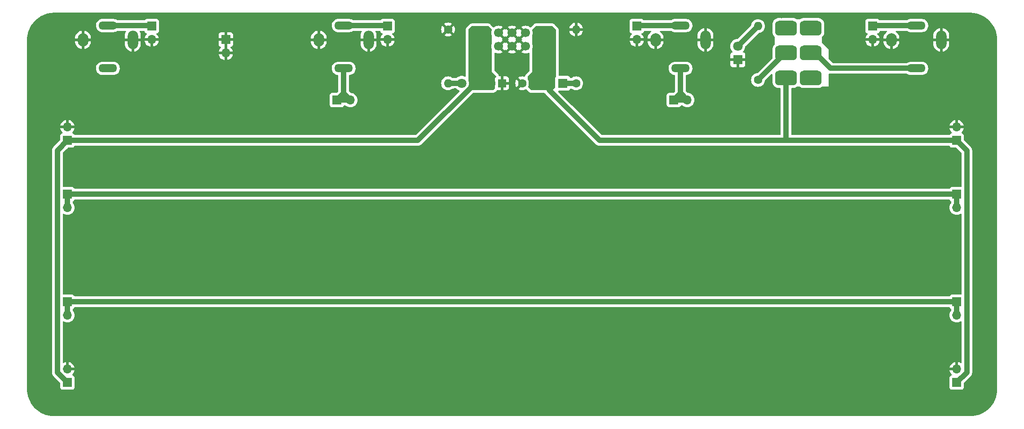
<source format=gbr>
%TF.GenerationSoftware,KiCad,Pcbnew,7.0.1*%
%TF.CreationDate,2023-12-24T20:43:31-05:00*%
%TF.ProjectId,audio_breadboard,61756469-6f5f-4627-9265-6164626f6172,rev?*%
%TF.SameCoordinates,Original*%
%TF.FileFunction,Copper,L1,Top*%
%TF.FilePolarity,Positive*%
%FSLAX46Y46*%
G04 Gerber Fmt 4.6, Leading zero omitted, Abs format (unit mm)*
G04 Created by KiCad (PCBNEW 7.0.1) date 2023-12-24 20:43:31*
%MOMM*%
%LPD*%
G01*
G04 APERTURE LIST*
G04 Aperture macros list*
%AMRoundRect*
0 Rectangle with rounded corners*
0 $1 Rounding radius*
0 $2 $3 $4 $5 $6 $7 $8 $9 X,Y pos of 4 corners*
0 Add a 4 corners polygon primitive as box body*
4,1,4,$2,$3,$4,$5,$6,$7,$8,$9,$2,$3,0*
0 Add four circle primitives for the rounded corners*
1,1,$1+$1,$2,$3*
1,1,$1+$1,$4,$5*
1,1,$1+$1,$6,$7*
1,1,$1+$1,$8,$9*
0 Add four rect primitives between the rounded corners*
20,1,$1+$1,$2,$3,$4,$5,0*
20,1,$1+$1,$4,$5,$6,$7,0*
20,1,$1+$1,$6,$7,$8,$9,0*
20,1,$1+$1,$8,$9,$2,$3,0*%
G04 Aperture macros list end*
%TA.AperFunction,ComponentPad*%
%ADD10R,1.700000X1.700000*%
%TD*%
%TA.AperFunction,ComponentPad*%
%ADD11O,1.700000X1.700000*%
%TD*%
%TA.AperFunction,ComponentPad*%
%ADD12O,1.600000X1.600000*%
%TD*%
%TA.AperFunction,ComponentPad*%
%ADD13C,1.600000*%
%TD*%
%TA.AperFunction,ComponentPad*%
%ADD14C,1.800000*%
%TD*%
%TA.AperFunction,ComponentPad*%
%ADD15R,1.800000X1.800000*%
%TD*%
%TA.AperFunction,ComponentPad*%
%ADD16O,3.500000X1.500000*%
%TD*%
%TA.AperFunction,ComponentPad*%
%ADD17O,2.000000X2.500000*%
%TD*%
%TA.AperFunction,ComponentPad*%
%ADD18O,2.000000X3.500000*%
%TD*%
%TA.AperFunction,ComponentPad*%
%ADD19R,1.600000X1.600000*%
%TD*%
%TA.AperFunction,ComponentPad*%
%ADD20C,1.700000*%
%TD*%
%TA.AperFunction,ComponentPad*%
%ADD21RoundRect,0.250000X0.600000X-0.600000X0.600000X0.600000X-0.600000X0.600000X-0.600000X-0.600000X0*%
%TD*%
%TA.AperFunction,ComponentPad*%
%ADD22RoundRect,0.698500X-1.333500X-0.698500X1.333500X-0.698500X1.333500X0.698500X-1.333500X0.698500X0*%
%TD*%
%TA.AperFunction,ViaPad*%
%ADD23C,0.800000*%
%TD*%
%TA.AperFunction,Conductor*%
%ADD24C,1.000000*%
%TD*%
G04 APERTURE END LIST*
D10*
%TO.P,J18,1,Pin_1*%
%TO.N,GND*%
X98425000Y-60960000D03*
D11*
%TO.P,J18,2,Pin_2*%
X98425000Y-63500000D03*
%TD*%
D12*
%TO.P,R3,2*%
%TO.N,Net-(D3-A)*%
X198755000Y-58420000D03*
D13*
%TO.P,R3,1*%
%TO.N,/1x Breadboard (Eurorack Power)/EN*%
X198755000Y-68580000D03*
%TD*%
D11*
%TO.P,J12,2,Pin_2*%
%TO.N,/1x Breadboard (Eurorack Power)/TO_OUT*%
X68580000Y-113030000D03*
D10*
%TO.P,J12,1,Pin_1*%
X68580000Y-110490000D03*
%TD*%
D14*
%TO.P,D1,2,A*%
%TO.N,+12V*%
X159385000Y-69215000D03*
D15*
%TO.P,D1,1,K*%
%TO.N,Net-(D1-K)*%
X161925000Y-69215000D03*
%TD*%
D11*
%TO.P,J6,2,Pin_2*%
%TO.N,GND*%
X236220000Y-77470000D03*
D10*
%TO.P,J6,1,Pin_1*%
%TO.N,+12V*%
X236220000Y-80010000D03*
%TD*%
D11*
%TO.P,J15,2,Pin_2*%
%TO.N,/1x Breadboard (Eurorack Power)/AUX2*%
X185440000Y-72365000D03*
D10*
%TO.P,J15,1,Pin_1*%
X182900000Y-72365000D03*
%TD*%
D16*
%TO.P,J2,TN*%
%TO.N,/1x Breadboard (Eurorack Power)/TN_IN*%
X76200000Y-58295000D03*
%TO.P,J2,T*%
%TO.N,/1x Breadboard (Eurorack Power)/INPUT*%
X76200000Y-66395000D03*
D17*
%TO.P,J2,S*%
%TO.N,GND*%
X71500000Y-60995000D03*
D18*
X80900000Y-60995000D03*
%TD*%
D16*
%TO.P,J4,TN*%
%TO.N,/1x Breadboard (Eurorack Power)/TN_AUX1*%
X120650000Y-58295000D03*
%TO.P,J4,T*%
%TO.N,/1x Breadboard (Eurorack Power)/AUX1*%
X120650000Y-66395000D03*
D17*
%TO.P,J4,S*%
%TO.N,GND*%
X115950000Y-60995000D03*
D18*
X125350000Y-60995000D03*
%TD*%
D11*
%TO.P,JP2,2,B*%
%TO.N,GND*%
X220345000Y-60960000D03*
D10*
%TO.P,JP2,1,A*%
%TO.N,/1x Breadboard (Eurorack Power)/TN_OUT*%
X220345000Y-58420000D03*
%TD*%
D13*
%TO.P,C2,2*%
%TO.N,-12V*%
X148495000Y-69215000D03*
D19*
%TO.P,C2,1*%
%TO.N,GND*%
X150495000Y-69215000D03*
%TD*%
D11*
%TO.P,JP4,2,B*%
%TO.N,GND*%
X175895000Y-60960000D03*
D10*
%TO.P,JP4,1,A*%
%TO.N,/1x Breadboard (Eurorack Power)/TN_AUX2*%
X175895000Y-58420000D03*
%TD*%
D11*
%TO.P,J14,2,Pin_2*%
%TO.N,/1x Breadboard (Eurorack Power)/AUX1*%
X121920000Y-72390000D03*
D10*
%TO.P,J14,1,Pin_1*%
X119380000Y-72390000D03*
%TD*%
D14*
%TO.P,D3,2,A*%
%TO.N,Net-(D3-A)*%
X194945000Y-62230000D03*
D15*
%TO.P,D3,1,K*%
%TO.N,GND*%
X194945000Y-64770000D03*
%TD*%
D11*
%TO.P,JP3,2,B*%
%TO.N,GND*%
X128905000Y-60960000D03*
D10*
%TO.P,JP3,1,A*%
%TO.N,/1x Breadboard (Eurorack Power)/TN_AUX1*%
X128905000Y-58420000D03*
%TD*%
D16*
%TO.P,J3,TN*%
%TO.N,/1x Breadboard (Eurorack Power)/TN_OUT*%
X228600000Y-58295000D03*
%TO.P,J3,T*%
%TO.N,/1x Breadboard (Eurorack Power)/OUTPUT*%
X228600000Y-66395000D03*
D17*
%TO.P,J3,S*%
%TO.N,GND*%
X223900000Y-60995000D03*
D18*
X233300000Y-60995000D03*
%TD*%
D11*
%TO.P,J8,2,Pin_2*%
%TO.N,GND*%
X68580000Y-77470000D03*
D10*
%TO.P,J8,1,Pin_1*%
%TO.N,-12V*%
X68580000Y-80010000D03*
%TD*%
D20*
%TO.P,J1,10,Pin_10*%
%TO.N,+12V*%
X157480000Y-59690000D03*
%TO.P,J1,9,Pin_9*%
X157480000Y-62230000D03*
%TO.P,J1,8,Pin_8*%
%TO.N,GND*%
X154940000Y-59690000D03*
%TO.P,J1,7,Pin_7*%
X154940000Y-62230000D03*
%TO.P,J1,6,Pin_6*%
X152400000Y-59690000D03*
%TO.P,J1,5,Pin_5*%
X152400000Y-62230000D03*
%TO.P,J1,4,Pin_4*%
X149860000Y-59690000D03*
%TO.P,J1,3,Pin_3*%
X149860000Y-62230000D03*
%TO.P,J1,2,Pin_2*%
%TO.N,-12V*%
X147320000Y-59690000D03*
D21*
%TO.P,J1,1,Pin_1*%
X147320000Y-62230000D03*
%TD*%
D14*
%TO.P,D2,2,A*%
%TO.N,Net-(D2-A)*%
X142875000Y-69215000D03*
D15*
%TO.P,D2,1,K*%
%TO.N,-12V*%
X145415000Y-69215000D03*
%TD*%
D16*
%TO.P,J5,TN*%
%TO.N,/1x Breadboard (Eurorack Power)/TN_AUX2*%
X184150000Y-58295000D03*
%TO.P,J5,T*%
%TO.N,/1x Breadboard (Eurorack Power)/AUX2*%
X184150000Y-66395000D03*
D17*
%TO.P,J5,S*%
%TO.N,GND*%
X179450000Y-60995000D03*
D18*
X188850000Y-60995000D03*
%TD*%
D22*
%TO.P,SW1,1,A*%
%TO.N,unconnected-(SW1A-A-Pad1)*%
X204025500Y-58801000D03*
%TO.P,SW1,2,B*%
%TO.N,/1x Breadboard (Eurorack Power)/EN*%
X204025500Y-63500000D03*
%TO.P,SW1,3,C*%
%TO.N,+12V*%
X204025500Y-68199000D03*
%TO.P,SW1,4,A*%
%TO.N,/1x Breadboard (Eurorack Power)/INPUT*%
X208724500Y-58801000D03*
%TO.P,SW1,5,B*%
%TO.N,/1x Breadboard (Eurorack Power)/OUTPUT*%
X208724500Y-63500000D03*
%TO.P,SW1,6,C*%
%TO.N,/1x Breadboard (Eurorack Power)/TO_OUT*%
X208724500Y-68199000D03*
%TD*%
D11*
%TO.P,J10,2,Pin_2*%
%TO.N,/1x Breadboard (Eurorack Power)/INPUT*%
X68580000Y-92710000D03*
D10*
%TO.P,J10,1,Pin_1*%
X68580000Y-90170000D03*
%TD*%
D12*
%TO.P,R2,2*%
%TO.N,Net-(D2-A)*%
X140335000Y-69215000D03*
D13*
%TO.P,R2,1*%
%TO.N,GND*%
X140335000Y-59055000D03*
%TD*%
D12*
%TO.P,R1,2*%
%TO.N,GND*%
X164465000Y-59055000D03*
D13*
%TO.P,R1,1*%
%TO.N,Net-(D1-K)*%
X164465000Y-69215000D03*
%TD*%
D11*
%TO.P,J11,2,Pin_2*%
%TO.N,/1x Breadboard (Eurorack Power)/INPUT*%
X236220000Y-92710000D03*
D10*
%TO.P,J11,1,Pin_1*%
X236220000Y-90170000D03*
%TD*%
D13*
%TO.P,C1,2*%
%TO.N,GND*%
X154305000Y-69215000D03*
D19*
%TO.P,C1,1*%
%TO.N,+12V*%
X156305000Y-69215000D03*
%TD*%
D11*
%TO.P,J9,2,Pin_2*%
%TO.N,GND*%
X68580000Y-123190000D03*
D10*
%TO.P,J9,1,Pin_1*%
%TO.N,-12V*%
X68580000Y-125730000D03*
%TD*%
%TO.P,J13,1,Pin_1*%
%TO.N,/1x Breadboard (Eurorack Power)/TO_OUT*%
X236220000Y-110490000D03*
D11*
%TO.P,J13,2,Pin_2*%
X236220000Y-113030000D03*
%TD*%
%TO.P,J7,2,Pin_2*%
%TO.N,GND*%
X236220000Y-123190000D03*
D10*
%TO.P,J7,1,Pin_1*%
%TO.N,+12V*%
X236220000Y-125730000D03*
%TD*%
D11*
%TO.P,JP1,2,B*%
%TO.N,GND*%
X84455000Y-60960000D03*
D10*
%TO.P,JP1,1,A*%
%TO.N,/1x Breadboard (Eurorack Power)/TN_IN*%
X84455000Y-58420000D03*
%TD*%
D23*
%TO.N,GND*%
X240665000Y-95885000D03*
X240030000Y-121285000D03*
X233680000Y-112395000D03*
X210820000Y-71120000D03*
X234315000Y-81915000D03*
X233680000Y-92075000D03*
X233680000Y-100330000D03*
X226060000Y-64770000D03*
X236220000Y-95885000D03*
X206375000Y-70485000D03*
X160655000Y-95885000D03*
X210820000Y-100330000D03*
X210820000Y-92075000D03*
X76200000Y-131445000D03*
X198755000Y-108585000D03*
X198755000Y-92075000D03*
X210820000Y-108585000D03*
X203200000Y-104775000D03*
X101600000Y-131445000D03*
X88900000Y-131445000D03*
X114300000Y-131445000D03*
X210820000Y-78105000D03*
X189865000Y-108585000D03*
X189865000Y-92075000D03*
X194310000Y-104775000D03*
X203200000Y-95885000D03*
X127000000Y-131445000D03*
X233680000Y-108585000D03*
X189865000Y-100330000D03*
X148590000Y-72390000D03*
X194310000Y-95885000D03*
X240030000Y-106680000D03*
X228600000Y-131445000D03*
X214630000Y-67945000D03*
X214630000Y-78105000D03*
X224790000Y-78105000D03*
X190500000Y-131445000D03*
X243205000Y-116205000D03*
X243205000Y-88265000D03*
X203200000Y-131445000D03*
X62230000Y-127635000D03*
X61595000Y-88265000D03*
X215900000Y-56515000D03*
X61595000Y-101600000D03*
X165100000Y-56515000D03*
X243205000Y-101600000D03*
X243205000Y-76200000D03*
X61595000Y-76200000D03*
X165100000Y-131445000D03*
X177800000Y-131445000D03*
X242570000Y-127635000D03*
X139700000Y-56515000D03*
X101600000Y-56515000D03*
X210820000Y-88265000D03*
X214630000Y-81915000D03*
X207010000Y-81915000D03*
X207010000Y-88265000D03*
X201930000Y-78105000D03*
X238760000Y-56515000D03*
X152400000Y-56515000D03*
X61595000Y-116205000D03*
X66040000Y-56515000D03*
X127000000Y-56515000D03*
X114300000Y-56515000D03*
%TO.N,/1x Breadboard (Eurorack Power)/TO_OUT*%
X208915000Y-110490000D03*
%TO.N,GND*%
X224790000Y-88265000D03*
X218440000Y-100330000D03*
X99060000Y-78105000D03*
X218440000Y-108585000D03*
X111760000Y-78105000D03*
X124460000Y-78105000D03*
X88900000Y-66675000D03*
X101600000Y-66675000D03*
X114300000Y-66675000D03*
X86360000Y-78105000D03*
X68580000Y-87630000D03*
X108585000Y-61595000D03*
X71120000Y-78105000D03*
X214630000Y-104775000D03*
X218440000Y-92075000D03*
X214630000Y-95885000D03*
X236220000Y-85090000D03*
X240030000Y-81915000D03*
X149860000Y-57150000D03*
X233680000Y-128905000D03*
X240030000Y-88265000D03*
X233680000Y-120650000D03*
X193675000Y-57785000D03*
X193675000Y-68580000D03*
X123825000Y-73025000D03*
X82550000Y-73025000D03*
X117475000Y-73025000D03*
X175895000Y-73660000D03*
X135890000Y-63500000D03*
X198755000Y-73660000D03*
X189230000Y-73660000D03*
X127635000Y-68580000D03*
X95250000Y-61595000D03*
X95250000Y-73025000D03*
X108585000Y-73025000D03*
X64770000Y-116205000D03*
X130175000Y-100330000D03*
X160655000Y-104775000D03*
X134620000Y-95885000D03*
X116840000Y-104775000D03*
X130175000Y-92075000D03*
X116840000Y-95885000D03*
X134620000Y-104775000D03*
X121285000Y-100330000D03*
X121285000Y-108585000D03*
X64770000Y-121285000D03*
X125730000Y-95885000D03*
X130175000Y-108585000D03*
X121285000Y-92075000D03*
X125730000Y-104775000D03*
X137795000Y-73660000D03*
X226060000Y-92075000D03*
X191135000Y-85090000D03*
X194310000Y-88265000D03*
X112395000Y-128905000D03*
X80010000Y-81915000D03*
X80010000Y-88265000D03*
X203835000Y-85090000D03*
X105410000Y-88265000D03*
X103505000Y-120650000D03*
X187960000Y-81915000D03*
X112395000Y-120650000D03*
X99060000Y-81915000D03*
X194310000Y-81915000D03*
X92710000Y-81915000D03*
X68580000Y-120650000D03*
X222250000Y-104775000D03*
X236220000Y-104775000D03*
X105410000Y-81915000D03*
X219710000Y-85090000D03*
X86360000Y-88265000D03*
X76835000Y-85090000D03*
X226060000Y-100330000D03*
X99060000Y-116205000D03*
X70485000Y-85090000D03*
X68580000Y-82550000D03*
X187960000Y-88265000D03*
X99060000Y-125095000D03*
X86360000Y-81915000D03*
X73660000Y-88265000D03*
X73660000Y-81915000D03*
X92710000Y-88265000D03*
X149860000Y-75565000D03*
X74295000Y-78105000D03*
X222250000Y-95885000D03*
X99060000Y-88265000D03*
X198755000Y-120650000D03*
X68580000Y-114935000D03*
X226060000Y-108585000D03*
X133350000Y-78105000D03*
X90170000Y-125095000D03*
X76835000Y-120650000D03*
X177800000Y-125095000D03*
X72390000Y-116205000D03*
X103505000Y-112395000D03*
X90170000Y-116205000D03*
X139065000Y-128905000D03*
X177800000Y-116205000D03*
X112395000Y-112395000D03*
X186055000Y-125095000D03*
X107950000Y-116205000D03*
X107950000Y-125095000D03*
X186055000Y-116205000D03*
X81280000Y-125095000D03*
X168910000Y-116205000D03*
X76835000Y-128905000D03*
X181610000Y-128905000D03*
X103505000Y-128905000D03*
X81280000Y-116205000D03*
X173355000Y-112395000D03*
X207010000Y-128905000D03*
X94615000Y-128905000D03*
X156210000Y-128905000D03*
X72390000Y-125095000D03*
X85725000Y-92075000D03*
X181610000Y-100330000D03*
X94615000Y-100330000D03*
X85725000Y-108585000D03*
X207010000Y-92075000D03*
X152400000Y-104775000D03*
X85725000Y-100330000D03*
X149860000Y-66040000D03*
X152400000Y-95885000D03*
X143510000Y-104775000D03*
X220980000Y-64770000D03*
X207010000Y-100330000D03*
X173355000Y-100330000D03*
X143510000Y-95885000D03*
X181610000Y-92075000D03*
X147955000Y-108585000D03*
X147955000Y-92075000D03*
X76835000Y-92075000D03*
X156210000Y-100330000D03*
X139065000Y-100330000D03*
X152400000Y-64770000D03*
X168910000Y-104775000D03*
X164465000Y-92075000D03*
X153670000Y-72390000D03*
X94615000Y-92075000D03*
X164465000Y-100330000D03*
X147320000Y-71755000D03*
X164465000Y-108585000D03*
X139065000Y-92075000D03*
X173355000Y-108585000D03*
X156210000Y-92075000D03*
X147955000Y-100330000D03*
X154305000Y-66040000D03*
X168910000Y-95885000D03*
X181610000Y-108585000D03*
X186055000Y-104775000D03*
X207010000Y-108585000D03*
X177800000Y-95885000D03*
X81280000Y-95885000D03*
X139065000Y-108585000D03*
X238125000Y-62230000D03*
X177800000Y-104775000D03*
X81280000Y-104775000D03*
X173355000Y-92075000D03*
X156210000Y-108585000D03*
X238760000Y-71755000D03*
X90170000Y-104775000D03*
X90170000Y-95885000D03*
X94615000Y-108585000D03*
X181610000Y-81915000D03*
X76835000Y-108585000D03*
X229870000Y-104775000D03*
X211455000Y-116205000D03*
X215900000Y-120650000D03*
X211455000Y-125095000D03*
X175260000Y-88265000D03*
X200660000Y-88265000D03*
X215900000Y-128905000D03*
X175260000Y-81915000D03*
X168910000Y-81915000D03*
X168910000Y-88265000D03*
X72390000Y-104775000D03*
X68580000Y-108585000D03*
X220345000Y-116205000D03*
X181610000Y-88265000D03*
X162560000Y-88265000D03*
X229870000Y-95885000D03*
X178435000Y-85090000D03*
X162560000Y-81915000D03*
X76835000Y-100330000D03*
X224790000Y-112395000D03*
X165735000Y-85090000D03*
X72390000Y-95885000D03*
X229235000Y-116205000D03*
X215900000Y-112395000D03*
X68580000Y-128270000D03*
X70485000Y-112395000D03*
X229235000Y-125095000D03*
X229870000Y-85090000D03*
X224790000Y-120650000D03*
X68580000Y-94615000D03*
X224790000Y-128905000D03*
X220345000Y-125095000D03*
X200660000Y-81915000D03*
X130810000Y-88265000D03*
X156210000Y-88265000D03*
X165100000Y-78740000D03*
X156210000Y-81915000D03*
X124460000Y-88265000D03*
X143510000Y-81915000D03*
X118110000Y-81915000D03*
X137160000Y-81915000D03*
X111760000Y-88265000D03*
X66040000Y-71120000D03*
X111760000Y-81915000D03*
X72390000Y-64135000D03*
X137160000Y-88265000D03*
X186690000Y-64770000D03*
X182245000Y-62230000D03*
X78105000Y-74295000D03*
X102235000Y-85090000D03*
X140335000Y-85090000D03*
X233045000Y-66675000D03*
X79375000Y-64135000D03*
X169545000Y-57785000D03*
X143510000Y-88265000D03*
X130810000Y-81915000D03*
X153035000Y-85090000D03*
X149860000Y-88265000D03*
X149860000Y-81915000D03*
X78105000Y-78105000D03*
X118110000Y-88265000D03*
X165100000Y-73660000D03*
X194310000Y-78105000D03*
X124460000Y-81915000D03*
X176530000Y-66675000D03*
X170815000Y-71755000D03*
X68580000Y-131445000D03*
X190500000Y-56515000D03*
X88900000Y-56515000D03*
X76200000Y-56515000D03*
X215900000Y-131445000D03*
X177800000Y-56515000D03*
X203200000Y-56515000D03*
X61595000Y-63500000D03*
X61595000Y-60960000D03*
X239395000Y-131445000D03*
X139700000Y-131445000D03*
X243205000Y-63500000D03*
X228600000Y-56515000D03*
X152400000Y-131445000D03*
X243205000Y-60960000D03*
X212090000Y-59055000D03*
X206375000Y-78105000D03*
X234315000Y-88265000D03*
X210820000Y-112395000D03*
X224790000Y-81915000D03*
X236220000Y-115570000D03*
X214630000Y-88265000D03*
X210820000Y-81915000D03*
X201930000Y-70485000D03*
X236220000Y-120650000D03*
X234315000Y-78105000D03*
X224790000Y-112395000D03*
X156210000Y-75565000D03*
X153035000Y-78740000D03*
X140335000Y-78740000D03*
X181610000Y-78105000D03*
X234315000Y-74295000D03*
X161925000Y-75565000D03*
X127635000Y-85090000D03*
X72390000Y-57785000D03*
X66675000Y-62865000D03*
X180340000Y-66040000D03*
X143510000Y-75565000D03*
X89535000Y-85090000D03*
X168275000Y-66040000D03*
X114935000Y-85090000D03*
X151130000Y-63500000D03*
X153670000Y-58420000D03*
X151130000Y-58420000D03*
X153670000Y-60960000D03*
X153670000Y-63500000D03*
X151130000Y-60960000D03*
%TO.N,/1x Breadboard (Eurorack Power)/INPUT*%
X212725000Y-90170000D03*
%TO.N,GND*%
X164465000Y-112395000D03*
X198755000Y-112395000D03*
X103505000Y-92075000D03*
X112395000Y-92075000D03*
X130175000Y-120650000D03*
X85725000Y-112395000D03*
X207010000Y-112395000D03*
X85725000Y-120650000D03*
X143510000Y-116205000D03*
X164465000Y-128905000D03*
X194310000Y-116205000D03*
X147955000Y-112395000D03*
X134620000Y-116205000D03*
X116840000Y-125095000D03*
X207010000Y-120650000D03*
X147955000Y-128905000D03*
X156210000Y-120650000D03*
X173355000Y-128905000D03*
X107950000Y-95885000D03*
X103505000Y-108585000D03*
X189865000Y-120650000D03*
X134620000Y-125095000D03*
X64770000Y-94615000D03*
X156210000Y-112395000D03*
X147955000Y-120650000D03*
X130175000Y-128905000D03*
X181610000Y-120650000D03*
X121285000Y-128905000D03*
X130175000Y-112395000D03*
X121285000Y-120650000D03*
X125730000Y-116205000D03*
X125730000Y-125095000D03*
X152400000Y-125095000D03*
X160655000Y-125095000D03*
X107950000Y-104775000D03*
X186055000Y-95885000D03*
X112395000Y-100330000D03*
X194310000Y-125095000D03*
X121285000Y-112395000D03*
X64770000Y-107315000D03*
X203200000Y-125095000D03*
X189865000Y-128905000D03*
X189865000Y-112395000D03*
X112395000Y-108585000D03*
X76835000Y-112395000D03*
X139065000Y-120650000D03*
X139065000Y-112395000D03*
X116840000Y-116205000D03*
X94615000Y-112395000D03*
X198755000Y-128905000D03*
X85725000Y-128905000D03*
X152400000Y-116205000D03*
X160655000Y-116205000D03*
X143510000Y-125095000D03*
X94615000Y-120650000D03*
X68580000Y-100330000D03*
X64770000Y-100330000D03*
X164465000Y-120650000D03*
X103505000Y-100330000D03*
X173355000Y-120650000D03*
X168910000Y-125095000D03*
X203200000Y-116205000D03*
X181610000Y-112395000D03*
X218440000Y-73025000D03*
X147320000Y-57150000D03*
X220980000Y-67945000D03*
X157480000Y-57150000D03*
X198755000Y-100330000D03*
X99060000Y-95885000D03*
X99060000Y-104775000D03*
X151130000Y-72390000D03*
X169545000Y-78105000D03*
X162560000Y-71120000D03*
X156210000Y-72390000D03*
X152400000Y-67310000D03*
X141605000Y-70485000D03*
X152400000Y-71120000D03*
X154940000Y-57150000D03*
X240030000Y-116205000D03*
X157480000Y-71755000D03*
X214630000Y-64770000D03*
%TD*%
D24*
%TO.N,/1x Breadboard (Eurorack Power)/TN_IN*%
X76200000Y-58295000D02*
X84330000Y-58295000D01*
X84330000Y-58295000D02*
X84455000Y-58420000D01*
%TO.N,/1x Breadboard (Eurorack Power)/TN_AUX1*%
X128780000Y-58295000D02*
X128905000Y-58420000D01*
X120650000Y-58295000D02*
X128780000Y-58295000D01*
%TO.N,+12V*%
X238125000Y-81915000D02*
X238125000Y-123825000D01*
X238125000Y-123825000D02*
X236220000Y-125730000D01*
X236220000Y-80010000D02*
X238125000Y-81915000D01*
%TO.N,/1x Breadboard (Eurorack Power)/TN_OUT*%
X228600000Y-58295000D02*
X220470000Y-58295000D01*
X220470000Y-58295000D02*
X220345000Y-58420000D01*
%TO.N,-12V*%
X134620000Y-80010000D02*
X145415000Y-69215000D01*
X68580000Y-80010000D02*
X134620000Y-80010000D01*
%TO.N,/1x Breadboard (Eurorack Power)/TO_OUT*%
X68580000Y-110490000D02*
X208915000Y-110490000D01*
X208915000Y-110490000D02*
X236220000Y-110490000D01*
%TO.N,/1x Breadboard (Eurorack Power)/OUTPUT*%
X212445000Y-66395000D02*
X228600000Y-66395000D01*
%TO.N,-12V*%
X66675000Y-123825000D02*
X68580000Y-125730000D01*
X68580000Y-80010000D02*
X66675000Y-81915000D01*
X66675000Y-81915000D02*
X66675000Y-123825000D01*
%TO.N,+12V*%
X204025500Y-68199000D02*
X204025500Y-79819500D01*
X203835000Y-80010000D02*
X168907208Y-80010000D01*
X236220000Y-80010000D02*
X203835000Y-80010000D01*
X204025500Y-79819500D02*
X203835000Y-80010000D01*
%TO.N,/1x Breadboard (Eurorack Power)/INPUT*%
X236220000Y-90170000D02*
X68580000Y-90170000D01*
%TO.N,+12V*%
X168907208Y-80010000D02*
X159385000Y-70487792D01*
X159385000Y-70487792D02*
X159385000Y-69215000D01*
%TO.N,Net-(D1-K)*%
X161925000Y-69215000D02*
X164465000Y-69215000D01*
%TO.N,/1x Breadboard (Eurorack Power)/AUX1*%
X120650000Y-71120000D02*
X119380000Y-72390000D01*
X120650000Y-72390000D02*
X121920000Y-72390000D01*
X121920000Y-72390000D02*
X120650000Y-71120000D01*
X120650000Y-66395000D02*
X120650000Y-71120000D01*
X119380000Y-72390000D02*
X120650000Y-72390000D01*
%TO.N,/1x Breadboard (Eurorack Power)/OUTPUT*%
X208724500Y-63500000D02*
X209550000Y-63500000D01*
%TO.N,/1x Breadboard (Eurorack Power)/AUX2*%
X184190000Y-71115000D02*
X184150000Y-71115000D01*
X184150000Y-66395000D02*
X184150000Y-72365000D01*
X184150000Y-66395000D02*
X184150000Y-71115000D01*
%TO.N,/1x Breadboard (Eurorack Power)/TO_OUT*%
X68580000Y-113030000D02*
X68580000Y-110490000D01*
X236220000Y-113030000D02*
X236220000Y-110490000D01*
%TO.N,/1x Breadboard (Eurorack Power)/INPUT*%
X68580000Y-92710000D02*
X68580000Y-90170000D01*
%TO.N,/1x Breadboard (Eurorack Power)/TN_AUX2*%
X176020000Y-58295000D02*
X175895000Y-58420000D01*
%TO.N,/1x Breadboard (Eurorack Power)/AUX2*%
X184150000Y-72365000D02*
X182900000Y-72365000D01*
%TO.N,/1x Breadboard (Eurorack Power)/OUTPUT*%
X209550000Y-63500000D02*
X212445000Y-66395000D01*
%TO.N,/1x Breadboard (Eurorack Power)/TN_AUX2*%
X184150000Y-58295000D02*
X176020000Y-58295000D01*
%TO.N,Net-(D3-A)*%
X198755000Y-58420000D02*
X194945000Y-62230000D01*
%TO.N,/1x Breadboard (Eurorack Power)/AUX2*%
X185440000Y-72365000D02*
X184190000Y-71115000D01*
%TO.N,/1x Breadboard (Eurorack Power)/INPUT*%
X236220000Y-90170000D02*
X236220000Y-92710000D01*
%TO.N,/1x Breadboard (Eurorack Power)/AUX2*%
X185440000Y-72365000D02*
X184150000Y-72365000D01*
%TO.N,/1x Breadboard (Eurorack Power)/EN*%
X204025500Y-63500000D02*
X203835000Y-63500000D01*
X203835000Y-63500000D02*
X198755000Y-68580000D01*
%TO.N,/1x Breadboard (Eurorack Power)/AUX1*%
X120650000Y-66395000D02*
X120650000Y-72390000D01*
%TO.N,/1x Breadboard (Eurorack Power)/AUX2*%
X184150000Y-71115000D02*
X182900000Y-72365000D01*
%TO.N,Net-(D2-A)*%
X140335000Y-69215000D02*
X142875000Y-69215000D01*
%TD*%
%TA.AperFunction,Conductor*%
%TO.N,+12V*%
G36*
X160016091Y-58429439D02*
G01*
X160056319Y-58456319D01*
X160618681Y-59018681D01*
X160645561Y-59058909D01*
X160655000Y-59106362D01*
X160655000Y-67932818D01*
X160648654Y-67971977D01*
X160630267Y-68007128D01*
X160581205Y-68072666D01*
X160530909Y-68207516D01*
X160524500Y-68267131D01*
X160524500Y-69929137D01*
X160515061Y-69976590D01*
X160488181Y-70016818D01*
X160056319Y-70448681D01*
X160016091Y-70475561D01*
X159968638Y-70485000D01*
X156007362Y-70485000D01*
X155959909Y-70475561D01*
X155919681Y-70448681D01*
X155466168Y-69995168D01*
X155438610Y-69953268D01*
X155429901Y-69903880D01*
X155441466Y-69855085D01*
X155531739Y-69661496D01*
X155590635Y-69441692D01*
X155610468Y-69215000D01*
X155590635Y-68988308D01*
X155531739Y-68768504D01*
X155435568Y-68562266D01*
X155343424Y-68430670D01*
X155326739Y-68396835D01*
X155321000Y-68359548D01*
X155321000Y-67996362D01*
X155330439Y-67948909D01*
X155357319Y-67908681D01*
X155357318Y-67908681D01*
X156210000Y-67056000D01*
X156210000Y-62724554D01*
X156214225Y-62692461D01*
X156275063Y-62465407D01*
X156295659Y-62230000D01*
X156275063Y-61994592D01*
X156214225Y-61767539D01*
X156210000Y-61735446D01*
X156210000Y-60184554D01*
X156214225Y-60152461D01*
X156275063Y-59925407D01*
X156295659Y-59689999D01*
X156275063Y-59454592D01*
X156214225Y-59227539D01*
X156210000Y-59195446D01*
X156210000Y-59106362D01*
X156219439Y-59058909D01*
X156246319Y-59018681D01*
X156808681Y-58456319D01*
X156848909Y-58429439D01*
X156896362Y-58420000D01*
X159968638Y-58420000D01*
X160016091Y-58429439D01*
G37*
%TD.AperFunction*%
%TD*%
%TA.AperFunction,Conductor*%
%TO.N,GND*%
G36*
X234854670Y-91180512D02*
G01*
X234895600Y-91208929D01*
X234922039Y-91251165D01*
X234926204Y-91262331D01*
X235012454Y-91377546D01*
X235127669Y-91463796D01*
X235135478Y-91466708D01*
X235138835Y-91467961D01*
X235181071Y-91494400D01*
X235209488Y-91535330D01*
X235219500Y-91584142D01*
X235219500Y-91749242D01*
X235210061Y-91796695D01*
X235183181Y-91836923D01*
X235181505Y-91838598D01*
X235045965Y-92032170D01*
X234946097Y-92246336D01*
X234884936Y-92474592D01*
X234864340Y-92709999D01*
X234884936Y-92945407D01*
X234929709Y-93112502D01*
X234946097Y-93173663D01*
X235045965Y-93387830D01*
X235181505Y-93581401D01*
X235348599Y-93748495D01*
X235542170Y-93884035D01*
X235756337Y-93983903D01*
X235984592Y-94045063D01*
X236220000Y-94065659D01*
X236455408Y-94045063D01*
X236683663Y-93983903D01*
X236897830Y-93884035D01*
X236929376Y-93861945D01*
X236992389Y-93839786D01*
X237057756Y-93853530D01*
X237106509Y-93899192D01*
X237124500Y-93963520D01*
X237124500Y-109015500D01*
X237107887Y-109077500D01*
X237062500Y-109122887D01*
X237000500Y-109139500D01*
X235322130Y-109139500D01*
X235262515Y-109145909D01*
X235127669Y-109196204D01*
X235012454Y-109282454D01*
X234926203Y-109397671D01*
X234922039Y-109408835D01*
X234895600Y-109451071D01*
X234854670Y-109479488D01*
X234805858Y-109489500D01*
X209016741Y-109489500D01*
X69994142Y-109489500D01*
X69945330Y-109479488D01*
X69904400Y-109451071D01*
X69877961Y-109408835D01*
X69876708Y-109405478D01*
X69873796Y-109397669D01*
X69787546Y-109282454D01*
X69672331Y-109196204D01*
X69537483Y-109145909D01*
X69477873Y-109139500D01*
X69477869Y-109139500D01*
X69477811Y-109139500D01*
X67799499Y-109139500D01*
X67737500Y-109122888D01*
X67692113Y-109077501D01*
X67675500Y-109015501D01*
X67675500Y-93963520D01*
X67693491Y-93899192D01*
X67742244Y-93853530D01*
X67807611Y-93839786D01*
X67870623Y-93861945D01*
X67902170Y-93884035D01*
X68116337Y-93983903D01*
X68344592Y-94045063D01*
X68580000Y-94065659D01*
X68815408Y-94045063D01*
X69043663Y-93983903D01*
X69257830Y-93884035D01*
X69451401Y-93748495D01*
X69618495Y-93581401D01*
X69754035Y-93387830D01*
X69853903Y-93173663D01*
X69915063Y-92945408D01*
X69935659Y-92710000D01*
X69915063Y-92474592D01*
X69853903Y-92246337D01*
X69754035Y-92032171D01*
X69618495Y-91838599D01*
X69616819Y-91836923D01*
X69589939Y-91796695D01*
X69580500Y-91749242D01*
X69580500Y-91584142D01*
X69590512Y-91535330D01*
X69618929Y-91494400D01*
X69661165Y-91467961D01*
X69663651Y-91467033D01*
X69672331Y-91463796D01*
X69787546Y-91377546D01*
X69873796Y-91262331D01*
X69877961Y-91251165D01*
X69904400Y-91208929D01*
X69945330Y-91180512D01*
X69994142Y-91170500D01*
X234805858Y-91170500D01*
X234854670Y-91180512D01*
G37*
%TD.AperFunction*%
%TA.AperFunction,Conductor*%
G36*
X238762564Y-55880603D02*
G01*
X238977505Y-55889493D01*
X239180251Y-55898346D01*
X239190122Y-55899175D01*
X239405512Y-55926024D01*
X239405965Y-55926082D01*
X239608506Y-55952747D01*
X239617714Y-55954316D01*
X239829801Y-55998786D01*
X239830992Y-55999043D01*
X240030556Y-56043285D01*
X240039066Y-56045493D01*
X240246631Y-56107287D01*
X240248338Y-56107810D01*
X240443386Y-56169309D01*
X240451156Y-56172047D01*
X240652771Y-56250717D01*
X240655001Y-56251614D01*
X240844006Y-56329902D01*
X240850977Y-56333047D01*
X241045306Y-56428049D01*
X241045329Y-56428060D01*
X241048125Y-56429471D01*
X241229489Y-56523883D01*
X241235700Y-56527346D01*
X241421541Y-56638083D01*
X241424598Y-56639966D01*
X241597155Y-56749897D01*
X241602544Y-56753534D01*
X241650209Y-56787566D01*
X241778566Y-56879212D01*
X241781998Y-56881753D01*
X241818692Y-56909909D01*
X241944252Y-57006254D01*
X241948881Y-57009987D01*
X242113945Y-57149790D01*
X242117523Y-57152942D01*
X242257693Y-57281384D01*
X242268308Y-57291111D01*
X242272216Y-57294852D01*
X242425146Y-57447782D01*
X242428887Y-57451690D01*
X242567040Y-57602457D01*
X242570215Y-57606061D01*
X242708945Y-57769858D01*
X242710001Y-57771105D01*
X242713755Y-57775760D01*
X242838245Y-57938000D01*
X242840786Y-57941432D01*
X242966460Y-58117448D01*
X242970113Y-58122861D01*
X243080003Y-58295353D01*
X243081930Y-58298481D01*
X243192649Y-58484293D01*
X243196115Y-58490509D01*
X243290527Y-58671873D01*
X243291938Y-58674669D01*
X243386943Y-58869003D01*
X243390104Y-58876011D01*
X243468355Y-59064925D01*
X243469311Y-59067303D01*
X243547948Y-59268834D01*
X243550692Y-59276621D01*
X243612158Y-59471564D01*
X243612742Y-59473470D01*
X243674501Y-59680916D01*
X243676717Y-59689460D01*
X243720934Y-59888911D01*
X243721234Y-59890302D01*
X243765677Y-60102257D01*
X243767255Y-60111519D01*
X243793889Y-60313827D01*
X243793998Y-60314674D01*
X243820820Y-60529847D01*
X243821654Y-60539776D01*
X243830505Y-60742494D01*
X243830517Y-60742779D01*
X243839392Y-60957386D01*
X243839498Y-60962510D01*
X243839498Y-126997486D01*
X243839392Y-127002610D01*
X243830524Y-127217016D01*
X243830512Y-127217301D01*
X243821652Y-127420220D01*
X243820818Y-127430149D01*
X243793996Y-127645322D01*
X243793887Y-127646169D01*
X243767253Y-127848477D01*
X243765675Y-127857738D01*
X243721249Y-128069618D01*
X243720949Y-128071011D01*
X243676710Y-128270557D01*
X243674494Y-128279100D01*
X243612747Y-128486503D01*
X243612163Y-128488407D01*
X243550693Y-128683371D01*
X243547949Y-128691160D01*
X243469307Y-128892700D01*
X243468351Y-128895078D01*
X243390102Y-129083987D01*
X243386942Y-129090994D01*
X243291946Y-129285312D01*
X243290534Y-129288109D01*
X243196116Y-129469482D01*
X243192650Y-129475698D01*
X243081917Y-129661533D01*
X243079974Y-129664685D01*
X242970123Y-129837116D01*
X242966460Y-129842545D01*
X242840780Y-130018570D01*
X242838239Y-130022002D01*
X242713766Y-130184219D01*
X242710013Y-130188874D01*
X242570227Y-130353920D01*
X242567026Y-130357552D01*
X242428866Y-130508327D01*
X242425125Y-130512235D01*
X242272235Y-130665125D01*
X242268327Y-130668866D01*
X242117552Y-130807026D01*
X242113920Y-130810227D01*
X241948874Y-130950013D01*
X241944219Y-130953766D01*
X241782002Y-131078239D01*
X241778570Y-131080780D01*
X241602545Y-131206460D01*
X241597116Y-131210123D01*
X241424685Y-131319974D01*
X241421533Y-131321917D01*
X241235698Y-131432650D01*
X241229482Y-131436116D01*
X241048109Y-131530534D01*
X241045312Y-131531946D01*
X240850994Y-131626942D01*
X240843987Y-131630102D01*
X240655078Y-131708351D01*
X240652700Y-131709307D01*
X240451160Y-131787949D01*
X240443371Y-131790693D01*
X240248407Y-131852163D01*
X240246503Y-131852747D01*
X240039100Y-131914494D01*
X240030557Y-131916710D01*
X239831011Y-131960949D01*
X239829618Y-131961249D01*
X239617738Y-132005675D01*
X239608477Y-132007253D01*
X239406169Y-132033887D01*
X239405322Y-132033996D01*
X239190149Y-132060818D01*
X239180220Y-132061652D01*
X238977408Y-132070507D01*
X238977124Y-132070519D01*
X238762563Y-132079394D01*
X238757438Y-132079500D01*
X66042562Y-132079500D01*
X66037437Y-132079394D01*
X65822874Y-132070519D01*
X65822590Y-132070507D01*
X65619778Y-132061652D01*
X65609849Y-132060818D01*
X65394676Y-132033996D01*
X65393829Y-132033887D01*
X65191521Y-132007253D01*
X65182260Y-132005675D01*
X64970380Y-131961249D01*
X64968987Y-131960949D01*
X64769441Y-131916710D01*
X64760898Y-131914494D01*
X64553495Y-131852747D01*
X64551591Y-131852163D01*
X64356627Y-131790693D01*
X64348845Y-131787951D01*
X64218255Y-131736995D01*
X64147298Y-131709307D01*
X64144920Y-131708351D01*
X63956011Y-131630102D01*
X63949004Y-131626942D01*
X63754657Y-131531931D01*
X63751889Y-131530534D01*
X63570516Y-131436116D01*
X63564300Y-131432650D01*
X63378465Y-131321917D01*
X63375313Y-131319974D01*
X63202882Y-131210123D01*
X63197453Y-131206460D01*
X63021428Y-131080780D01*
X63017996Y-131078239D01*
X62855779Y-130953766D01*
X62851124Y-130950013D01*
X62686078Y-130810227D01*
X62682446Y-130807026D01*
X62531671Y-130668866D01*
X62527763Y-130665125D01*
X62374873Y-130512235D01*
X62371132Y-130508327D01*
X62232972Y-130357552D01*
X62229771Y-130353920D01*
X62089985Y-130188874D01*
X62086232Y-130184219D01*
X61961759Y-130022002D01*
X61959218Y-130018570D01*
X61833538Y-129842545D01*
X61829875Y-129837116D01*
X61720024Y-129664685D01*
X61718081Y-129661533D01*
X61607348Y-129475698D01*
X61603882Y-129469482D01*
X61509464Y-129288109D01*
X61508098Y-129285404D01*
X61413043Y-129090965D01*
X61409896Y-129083987D01*
X61331626Y-128895027D01*
X61330712Y-128892754D01*
X61252034Y-128691119D01*
X61249316Y-128683404D01*
X61187835Y-128488407D01*
X61187251Y-128486503D01*
X61125504Y-128279100D01*
X61123288Y-128270557D01*
X61079009Y-128070827D01*
X61078787Y-128069797D01*
X61034319Y-127857718D01*
X61032749Y-127848504D01*
X61006084Y-127645963D01*
X61006026Y-127645510D01*
X60979177Y-127430120D01*
X60978348Y-127420249D01*
X60969495Y-127217498D01*
X60960605Y-127002562D01*
X60960500Y-126997439D01*
X60960500Y-81940477D01*
X65669663Y-81940477D01*
X65673506Y-81970651D01*
X65674500Y-81986317D01*
X65674500Y-123810721D01*
X65674460Y-123813863D01*
X65672242Y-123901362D01*
X65682648Y-123959420D01*
X65683957Y-123968749D01*
X65689926Y-124027438D01*
X65699033Y-124056467D01*
X65702772Y-124071702D01*
X65708141Y-124101652D01*
X65730020Y-124156425D01*
X65733180Y-124165300D01*
X65750841Y-124221588D01*
X65765607Y-124248191D01*
X65772337Y-124262364D01*
X65783622Y-124290617D01*
X65816080Y-124339867D01*
X65820961Y-124347923D01*
X65849590Y-124399501D01*
X65869404Y-124422581D01*
X65878856Y-124435116D01*
X65895599Y-124460520D01*
X65937300Y-124502221D01*
X65943705Y-124509132D01*
X65982134Y-124553896D01*
X66006193Y-124572519D01*
X66017972Y-124582893D01*
X67193181Y-125758101D01*
X67220061Y-125798329D01*
X67229500Y-125845782D01*
X67229500Y-126627869D01*
X67235909Y-126687483D01*
X67286204Y-126822331D01*
X67372454Y-126937546D01*
X67487669Y-127023796D01*
X67622517Y-127074091D01*
X67682127Y-127080500D01*
X69477872Y-127080499D01*
X69537483Y-127074091D01*
X69672331Y-127023796D01*
X69787546Y-126937546D01*
X69873796Y-126822331D01*
X69924091Y-126687483D01*
X69930500Y-126627873D01*
X69930499Y-124832128D01*
X69924091Y-124772517D01*
X69873796Y-124637669D01*
X69787546Y-124522454D01*
X69672331Y-124436204D01*
X69540399Y-124386996D01*
X69490021Y-124352018D01*
X69462568Y-124297173D01*
X69464757Y-124235880D01*
X69496053Y-124183133D01*
X69618109Y-124061077D01*
X69753600Y-123867576D01*
X69853430Y-123653492D01*
X69910636Y-123440000D01*
X68454000Y-123440000D01*
X68392000Y-123423387D01*
X68346613Y-123378000D01*
X68330000Y-123316000D01*
X68330000Y-121859364D01*
X68830000Y-121859364D01*
X68830000Y-122940000D01*
X69910636Y-122940000D01*
X234889364Y-122940000D01*
X235970000Y-122940000D01*
X235970000Y-121859364D01*
X235969999Y-121859364D01*
X235756507Y-121916569D01*
X235542421Y-122016400D01*
X235348921Y-122151890D01*
X235181890Y-122318921D01*
X235046400Y-122512421D01*
X234946569Y-122726507D01*
X234889364Y-122939999D01*
X234889364Y-122940000D01*
X69910636Y-122940000D01*
X69910635Y-122939999D01*
X69853430Y-122726507D01*
X69753599Y-122512421D01*
X69618109Y-122318921D01*
X69451081Y-122151893D01*
X69257576Y-122016399D01*
X69043492Y-121916569D01*
X68830000Y-121859364D01*
X68330000Y-121859364D01*
X68329999Y-121859364D01*
X68116507Y-121916569D01*
X67902424Y-122016399D01*
X67870624Y-122038666D01*
X67807610Y-122060826D01*
X67742243Y-122047080D01*
X67693491Y-122001419D01*
X67675500Y-121937091D01*
X67675500Y-114283520D01*
X67693491Y-114219192D01*
X67742244Y-114173530D01*
X67807611Y-114159786D01*
X67870623Y-114181945D01*
X67902170Y-114204035D01*
X68116337Y-114303903D01*
X68344592Y-114365063D01*
X68580000Y-114385659D01*
X68815408Y-114365063D01*
X69043663Y-114303903D01*
X69257830Y-114204035D01*
X69451401Y-114068495D01*
X69618495Y-113901401D01*
X69754035Y-113707830D01*
X69853903Y-113493663D01*
X69915063Y-113265408D01*
X69935659Y-113030000D01*
X69915063Y-112794592D01*
X69853903Y-112566337D01*
X69754035Y-112352171D01*
X69618495Y-112158599D01*
X69616819Y-112156923D01*
X69589939Y-112116695D01*
X69580500Y-112069242D01*
X69580500Y-111904142D01*
X69590512Y-111855330D01*
X69618929Y-111814400D01*
X69661165Y-111787961D01*
X69663651Y-111787033D01*
X69672331Y-111783796D01*
X69787546Y-111697546D01*
X69873796Y-111582331D01*
X69877961Y-111571165D01*
X69904400Y-111528929D01*
X69945330Y-111500512D01*
X69994142Y-111490500D01*
X208813259Y-111490500D01*
X208965742Y-111490500D01*
X234805858Y-111490500D01*
X234854670Y-111500512D01*
X234895600Y-111528929D01*
X234922039Y-111571165D01*
X234926204Y-111582331D01*
X235012454Y-111697546D01*
X235127669Y-111783796D01*
X235135478Y-111786708D01*
X235138835Y-111787961D01*
X235181071Y-111814400D01*
X235209488Y-111855330D01*
X235219500Y-111904142D01*
X235219500Y-112069242D01*
X235210061Y-112116695D01*
X235183181Y-112156923D01*
X235181505Y-112158598D01*
X235045965Y-112352170D01*
X234946097Y-112566336D01*
X234884936Y-112794592D01*
X234864340Y-113030000D01*
X234884936Y-113265407D01*
X234929709Y-113432502D01*
X234946097Y-113493663D01*
X235045965Y-113707830D01*
X235181505Y-113901401D01*
X235348599Y-114068495D01*
X235542170Y-114204035D01*
X235756337Y-114303903D01*
X235984592Y-114365063D01*
X236220000Y-114385659D01*
X236455408Y-114365063D01*
X236683663Y-114303903D01*
X236897830Y-114204035D01*
X236929376Y-114181945D01*
X236992389Y-114159786D01*
X237057756Y-114173530D01*
X237106509Y-114219192D01*
X237124500Y-114283520D01*
X237124500Y-121937090D01*
X237106509Y-122001418D01*
X237057757Y-122047079D01*
X236992390Y-122060825D01*
X236929377Y-122038665D01*
X236897580Y-122016400D01*
X236683492Y-121916569D01*
X236470000Y-121859364D01*
X236470000Y-123316000D01*
X236453387Y-123378000D01*
X236408000Y-123423387D01*
X236346000Y-123440000D01*
X234889364Y-123440000D01*
X234946569Y-123653492D01*
X235046399Y-123867576D01*
X235181893Y-124061081D01*
X235303946Y-124183134D01*
X235335242Y-124235880D01*
X235337431Y-124297173D01*
X235309978Y-124352018D01*
X235259599Y-124386997D01*
X235127669Y-124436204D01*
X235012454Y-124522454D01*
X234926204Y-124637668D01*
X234875909Y-124772516D01*
X234869500Y-124832130D01*
X234869500Y-126627869D01*
X234875909Y-126687483D01*
X234926204Y-126822331D01*
X235012454Y-126937546D01*
X235127669Y-127023796D01*
X235262517Y-127074091D01*
X235322127Y-127080500D01*
X237117872Y-127080499D01*
X237177483Y-127074091D01*
X237312331Y-127023796D01*
X237427546Y-126937546D01*
X237513796Y-126822331D01*
X237564091Y-126687483D01*
X237570500Y-126627873D01*
X237570499Y-125845781D01*
X237579938Y-125798329D01*
X237606816Y-125758103D01*
X238822390Y-124542528D01*
X238824560Y-124540412D01*
X238888053Y-124480059D01*
X238921759Y-124431630D01*
X238927428Y-124424113D01*
X238964698Y-124378407D01*
X238978783Y-124351439D01*
X238986918Y-124338015D01*
X238993373Y-124328740D01*
X239004295Y-124313049D01*
X239027568Y-124258815D01*
X239031598Y-124250331D01*
X239032721Y-124248183D01*
X239058909Y-124198049D01*
X239067278Y-124168797D01*
X239072534Y-124154032D01*
X239084540Y-124126058D01*
X239096418Y-124068256D01*
X239098651Y-124059156D01*
X239114887Y-124002418D01*
X239117197Y-123972077D01*
X239119376Y-123956535D01*
X239125500Y-123926741D01*
X239125500Y-123867758D01*
X239125858Y-123858344D01*
X239125964Y-123856946D01*
X239130337Y-123799524D01*
X239126493Y-123769348D01*
X239125500Y-123753683D01*
X239125500Y-81929279D01*
X239125540Y-81926137D01*
X239127757Y-81838638D01*
X239117350Y-81780574D01*
X239116041Y-81771242D01*
X239112618Y-81737580D01*
X239110074Y-81712562D01*
X239100964Y-81683528D01*
X239097227Y-81668305D01*
X239091858Y-81638347D01*
X239069969Y-81583549D01*
X239066816Y-81574689D01*
X239049160Y-81518415D01*
X239049159Y-81518414D01*
X239049159Y-81518412D01*
X239034396Y-81491816D01*
X239027663Y-81477636D01*
X239016379Y-81449385D01*
X239016378Y-81449383D01*
X238983901Y-81400106D01*
X238979040Y-81392082D01*
X238950409Y-81340498D01*
X238950408Y-81340496D01*
X238930593Y-81317415D01*
X238921144Y-81304883D01*
X238904402Y-81279481D01*
X238862699Y-81237779D01*
X238856292Y-81230866D01*
X238817865Y-81186103D01*
X238793802Y-81167477D01*
X238782022Y-81157102D01*
X237606818Y-79981898D01*
X237579938Y-79941670D01*
X237570499Y-79894217D01*
X237570499Y-79112130D01*
X237570499Y-79112127D01*
X237564091Y-79052517D01*
X237513796Y-78917669D01*
X237427546Y-78802454D01*
X237312331Y-78716204D01*
X237180399Y-78666996D01*
X237130021Y-78632018D01*
X237102568Y-78577173D01*
X237104757Y-78515880D01*
X237136053Y-78463133D01*
X237258109Y-78341077D01*
X237393600Y-78147576D01*
X237493430Y-77933492D01*
X237550636Y-77720000D01*
X234889364Y-77720000D01*
X234946569Y-77933492D01*
X235046399Y-78147576D01*
X235181893Y-78341081D01*
X235303946Y-78463134D01*
X235335242Y-78515880D01*
X235337431Y-78577173D01*
X235309978Y-78632018D01*
X235259599Y-78666997D01*
X235127669Y-78716204D01*
X235012454Y-78802454D01*
X234926203Y-78917671D01*
X234922039Y-78928835D01*
X234895600Y-78971071D01*
X234854670Y-78999488D01*
X234805858Y-79009500D01*
X205150000Y-79009500D01*
X205088000Y-78992887D01*
X205042613Y-78947500D01*
X205026000Y-78885500D01*
X205026000Y-77220000D01*
X234889364Y-77220000D01*
X235970000Y-77220000D01*
X235970000Y-76139364D01*
X236470000Y-76139364D01*
X236470000Y-77220000D01*
X237550636Y-77220000D01*
X237550635Y-77219999D01*
X237493430Y-77006507D01*
X237393599Y-76792421D01*
X237258109Y-76598921D01*
X237091081Y-76431893D01*
X236897576Y-76296399D01*
X236683492Y-76196569D01*
X236470000Y-76139364D01*
X235970000Y-76139364D01*
X235969999Y-76139364D01*
X235756507Y-76196569D01*
X235542421Y-76296400D01*
X235348921Y-76431890D01*
X235181890Y-76598921D01*
X235046400Y-76792421D01*
X234946569Y-77006507D01*
X234889364Y-77219999D01*
X234889364Y-77220000D01*
X205026000Y-77220000D01*
X205026000Y-70220499D01*
X205042613Y-70158499D01*
X205088000Y-70113112D01*
X205150000Y-70096499D01*
X205433015Y-70096499D01*
X205513815Y-70090891D01*
X205525359Y-70090090D01*
X205741664Y-70039215D01*
X205944938Y-69949461D01*
X206032939Y-69889179D01*
X206058456Y-69871700D01*
X206091852Y-69855549D01*
X206128532Y-69850000D01*
X206621468Y-69850000D01*
X206658148Y-69855549D01*
X206691544Y-69871700D01*
X206717061Y-69889179D01*
X206805062Y-69949461D01*
X206900645Y-69991665D01*
X207008335Y-70039215D01*
X207224640Y-70090090D01*
X207234456Y-70090771D01*
X207316991Y-70096500D01*
X210132008Y-70096499D01*
X210132015Y-70096499D01*
X210212815Y-70090891D01*
X210224359Y-70090090D01*
X210440664Y-70039215D01*
X210643938Y-69949461D01*
X210731939Y-69889179D01*
X210757456Y-69871700D01*
X210790852Y-69855549D01*
X210827532Y-69850000D01*
X212090000Y-69850000D01*
X212090000Y-67498530D01*
X212103021Y-67443217D01*
X212139348Y-67399520D01*
X212191352Y-67376616D01*
X212248113Y-67379315D01*
X212267582Y-67384886D01*
X212297920Y-67387196D01*
X212313448Y-67389373D01*
X212343259Y-67395500D01*
X212402244Y-67395500D01*
X212411659Y-67395858D01*
X212415806Y-67396173D01*
X212470476Y-67400337D01*
X212497278Y-67396923D01*
X212500652Y-67396494D01*
X212516317Y-67395500D01*
X226802232Y-67395500D01*
X226865831Y-67413052D01*
X227055237Y-67526216D01*
X227173214Y-67570493D01*
X227265976Y-67605307D01*
X227487453Y-67645500D01*
X229656153Y-67645500D01*
X229656155Y-67645500D01*
X229824188Y-67630377D01*
X230041170Y-67570493D01*
X230243973Y-67472829D01*
X230426078Y-67340522D01*
X230581632Y-67177825D01*
X230705635Y-66989968D01*
X230794103Y-66782988D01*
X230844191Y-66563537D01*
X230854290Y-66338670D01*
X230824075Y-66115613D01*
X230754517Y-65901536D01*
X230647852Y-65703319D01*
X230507508Y-65527334D01*
X230337996Y-65379235D01*
X230337993Y-65379233D01*
X230144762Y-65263783D01*
X229934025Y-65184693D01*
X229712547Y-65144500D01*
X227543845Y-65144500D01*
X227476631Y-65150549D01*
X227375809Y-65159623D01*
X227158828Y-65219507D01*
X226956027Y-65317170D01*
X226882188Y-65370818D01*
X226847621Y-65388431D01*
X226809303Y-65394500D01*
X212910783Y-65394500D01*
X212863330Y-65385061D01*
X212823102Y-65358181D01*
X212126319Y-64661398D01*
X212099439Y-64621170D01*
X212090000Y-64573717D01*
X212090000Y-62865001D01*
X212089999Y-62864999D01*
X210856319Y-61631319D01*
X210829439Y-61591091D01*
X210820000Y-61543638D01*
X210820000Y-61210000D01*
X219014364Y-61210000D01*
X219071569Y-61423492D01*
X219171399Y-61637576D01*
X219306893Y-61831081D01*
X219473918Y-61998106D01*
X219667423Y-62133600D01*
X219881507Y-62233430D01*
X220094999Y-62290635D01*
X220095000Y-62290636D01*
X220095000Y-61210000D01*
X220595000Y-61210000D01*
X220595000Y-62290635D01*
X220808492Y-62233430D01*
X221022576Y-62133600D01*
X221216081Y-61998106D01*
X221383106Y-61831081D01*
X221518600Y-61637576D01*
X221618430Y-61423492D01*
X221666258Y-61245000D01*
X222400000Y-61245000D01*
X222400000Y-61307049D01*
X222415386Y-61492732D01*
X222476413Y-61733721D01*
X222576266Y-61961365D01*
X222712233Y-62169477D01*
X222880596Y-62352368D01*
X223076766Y-62505053D01*
X223295393Y-62623368D01*
X223530508Y-62704083D01*
X223649999Y-62724023D01*
X223650000Y-62724023D01*
X223650000Y-61245000D01*
X224150000Y-61245000D01*
X224150000Y-62724023D01*
X224269491Y-62704083D01*
X224504606Y-62623368D01*
X224723233Y-62505053D01*
X224919403Y-62352368D01*
X225087766Y-62169477D01*
X225223733Y-61961365D01*
X225323586Y-61733721D01*
X225384613Y-61492732D01*
X225400000Y-61307049D01*
X225400000Y-61245000D01*
X231800000Y-61245000D01*
X231800000Y-61807049D01*
X231815386Y-61992732D01*
X231876413Y-62233721D01*
X231976266Y-62461365D01*
X232112233Y-62669477D01*
X232280596Y-62852368D01*
X232476766Y-63005053D01*
X232695393Y-63123368D01*
X232930508Y-63204083D01*
X233049999Y-63224023D01*
X233050000Y-63224023D01*
X233050000Y-61245000D01*
X233550000Y-61245000D01*
X233550000Y-63224023D01*
X233669491Y-63204083D01*
X233904606Y-63123368D01*
X234123233Y-63005053D01*
X234319403Y-62852368D01*
X234487766Y-62669477D01*
X234623733Y-62461365D01*
X234723586Y-62233721D01*
X234784613Y-61992732D01*
X234800000Y-61807049D01*
X234800000Y-61245000D01*
X233550000Y-61245000D01*
X233050000Y-61245000D01*
X231800000Y-61245000D01*
X225400000Y-61245000D01*
X224150000Y-61245000D01*
X223650000Y-61245000D01*
X222400000Y-61245000D01*
X221666258Y-61245000D01*
X221675636Y-61210000D01*
X220595000Y-61210000D01*
X220095000Y-61210000D01*
X219014364Y-61210000D01*
X210820000Y-61210000D01*
X210820000Y-60484504D01*
X210829439Y-60437051D01*
X210856319Y-60396823D01*
X210919271Y-60333871D01*
X210984383Y-60268759D01*
X211109961Y-60085438D01*
X211199715Y-59882164D01*
X211250590Y-59665859D01*
X211257000Y-59573509D01*
X211257000Y-59317869D01*
X218994500Y-59317869D01*
X219000909Y-59377483D01*
X219051204Y-59512331D01*
X219137454Y-59627546D01*
X219252669Y-59713796D01*
X219384598Y-59763002D01*
X219434978Y-59797981D01*
X219462431Y-59852825D01*
X219460242Y-59914118D01*
X219428947Y-59966865D01*
X219306888Y-60088924D01*
X219171400Y-60282421D01*
X219071569Y-60496507D01*
X219014364Y-60709999D01*
X219014364Y-60710000D01*
X221675636Y-60710000D01*
X221675635Y-60709999D01*
X221618430Y-60496507D01*
X221518599Y-60282421D01*
X221383109Y-60088921D01*
X221261053Y-59966865D01*
X221229757Y-59914119D01*
X221227568Y-59852826D01*
X221255021Y-59797981D01*
X221305398Y-59763003D01*
X221437331Y-59713796D01*
X221552546Y-59627546D01*
X221638796Y-59512331D01*
X221689091Y-59377483D01*
X221689090Y-59377483D01*
X221689582Y-59376167D01*
X221716021Y-59333930D01*
X221756951Y-59305512D01*
X221805764Y-59295500D01*
X222958967Y-59295500D01*
X223017984Y-59310445D01*
X223062776Y-59351678D01*
X223082543Y-59409260D01*
X223072523Y-59469310D01*
X223035130Y-59517353D01*
X222880596Y-59637631D01*
X222712233Y-59820522D01*
X222576266Y-60028634D01*
X222476413Y-60256278D01*
X222415386Y-60497267D01*
X222400000Y-60682951D01*
X222400000Y-60745000D01*
X225400000Y-60745000D01*
X231800000Y-60745000D01*
X233050000Y-60745000D01*
X233050000Y-58765978D01*
X233049999Y-58765976D01*
X233550000Y-58765976D01*
X233550000Y-60745000D01*
X234800000Y-60745000D01*
X234800000Y-60182951D01*
X234784613Y-59997267D01*
X234723586Y-59756278D01*
X234623733Y-59528634D01*
X234487766Y-59320522D01*
X234319403Y-59137631D01*
X234123233Y-58984946D01*
X233904606Y-58866631D01*
X233669491Y-58785916D01*
X233550000Y-58765976D01*
X233049999Y-58765976D01*
X232930508Y-58785916D01*
X232695393Y-58866631D01*
X232476766Y-58984946D01*
X232280596Y-59137631D01*
X232112233Y-59320522D01*
X231976266Y-59528634D01*
X231876413Y-59756278D01*
X231815386Y-59997267D01*
X231800000Y-60182951D01*
X231800000Y-60745000D01*
X225400000Y-60745000D01*
X225400000Y-60682951D01*
X225384613Y-60497267D01*
X225323586Y-60256278D01*
X225223733Y-60028634D01*
X225087766Y-59820522D01*
X224919403Y-59637631D01*
X224764870Y-59517353D01*
X224727477Y-59469310D01*
X224717457Y-59409260D01*
X224737224Y-59351678D01*
X224782016Y-59310445D01*
X224841033Y-59295500D01*
X226802232Y-59295500D01*
X226865831Y-59313052D01*
X227055237Y-59426216D01*
X227181274Y-59473518D01*
X227265976Y-59505307D01*
X227487453Y-59545500D01*
X229656153Y-59545500D01*
X229656155Y-59545500D01*
X229824188Y-59530377D01*
X230041170Y-59470493D01*
X230243973Y-59372829D01*
X230426078Y-59240522D01*
X230581632Y-59077825D01*
X230705635Y-58889968D01*
X230794103Y-58682988D01*
X230844191Y-58463537D01*
X230854290Y-58238670D01*
X230824075Y-58015613D01*
X230754517Y-57801536D01*
X230647852Y-57603319D01*
X230523815Y-57447782D01*
X230507509Y-57427335D01*
X230418395Y-57349478D01*
X230337996Y-57279235D01*
X230337993Y-57279233D01*
X230144762Y-57163783D01*
X229934025Y-57084693D01*
X229712547Y-57044500D01*
X227543845Y-57044500D01*
X227476756Y-57050538D01*
X227375809Y-57059623D01*
X227158828Y-57119507D01*
X226956027Y-57217170D01*
X226882188Y-57270818D01*
X226847621Y-57288431D01*
X226809303Y-57294500D01*
X221676035Y-57294500D01*
X221620530Y-57281384D01*
X221576768Y-57244810D01*
X221552547Y-57212455D01*
X221489087Y-57164949D01*
X221437331Y-57126204D01*
X221302483Y-57075909D01*
X221242873Y-57069500D01*
X221242869Y-57069500D01*
X219447130Y-57069500D01*
X219387515Y-57075909D01*
X219252669Y-57126204D01*
X219137454Y-57212454D01*
X219051204Y-57327668D01*
X219000909Y-57462515D01*
X219000909Y-57462517D01*
X218995099Y-57516562D01*
X218994500Y-57522130D01*
X218994500Y-59317869D01*
X211257000Y-59317869D01*
X211256999Y-58028492D01*
X211256999Y-58028485D01*
X211256999Y-58028484D01*
X211250590Y-57936141D01*
X211199715Y-57719835D01*
X211147887Y-57602457D01*
X211109961Y-57516562D01*
X210984383Y-57333241D01*
X210856319Y-57205177D01*
X210829439Y-57164949D01*
X210828070Y-57158070D01*
X210818657Y-57148657D01*
X210790852Y-57144451D01*
X210757456Y-57128300D01*
X210671619Y-57069501D01*
X210643938Y-57050539D01*
X210630261Y-57044500D01*
X210440664Y-56960784D01*
X210224359Y-56909909D01*
X210132014Y-56903500D01*
X207316984Y-56903500D01*
X207224641Y-56909909D01*
X207008335Y-56960784D01*
X206805063Y-57050538D01*
X206691544Y-57128300D01*
X206658148Y-57144451D01*
X206621468Y-57150000D01*
X206128532Y-57150000D01*
X206091852Y-57144451D01*
X206058456Y-57128300D01*
X205972619Y-57069501D01*
X205944938Y-57050539D01*
X205931261Y-57044500D01*
X205741664Y-56960784D01*
X205525359Y-56909909D01*
X205433014Y-56903500D01*
X202617984Y-56903500D01*
X202525641Y-56909909D01*
X202309335Y-56960784D01*
X202106063Y-57050538D01*
X201992544Y-57128300D01*
X201959148Y-57144451D01*
X201931342Y-57148657D01*
X201921929Y-57158070D01*
X201920561Y-57164949D01*
X201893681Y-57205177D01*
X201765619Y-57333238D01*
X201765616Y-57333241D01*
X201765617Y-57333241D01*
X201640039Y-57516562D01*
X201640037Y-57516565D01*
X201640037Y-57516566D01*
X201550284Y-57719835D01*
X201499409Y-57936140D01*
X201493000Y-58028485D01*
X201493000Y-59573515D01*
X201499409Y-59665858D01*
X201550284Y-59882164D01*
X201603473Y-60002624D01*
X201640039Y-60085438D01*
X201765617Y-60268759D01*
X201765619Y-60268761D01*
X201893681Y-60396823D01*
X201920561Y-60437051D01*
X201930000Y-60484504D01*
X201930000Y-61816496D01*
X201920561Y-61863949D01*
X201893681Y-61904177D01*
X201765619Y-62032238D01*
X201765616Y-62032241D01*
X201765617Y-62032241D01*
X201640039Y-62215562D01*
X201640037Y-62215565D01*
X201640037Y-62215566D01*
X201550284Y-62418835D01*
X201499409Y-62635140D01*
X201493000Y-62727485D01*
X201493000Y-64272502D01*
X201499122Y-64360713D01*
X201491555Y-64412754D01*
X201463100Y-64456978D01*
X198666965Y-67253112D01*
X198631690Y-67277813D01*
X198590093Y-67288958D01*
X198528307Y-67294365D01*
X198528308Y-67294365D01*
X198308503Y-67353261D01*
X198102264Y-67449432D01*
X197915859Y-67579953D01*
X197754953Y-67740859D01*
X197624432Y-67927264D01*
X197528261Y-68133502D01*
X197469364Y-68353310D01*
X197449531Y-68580000D01*
X197469364Y-68806689D01*
X197528261Y-69026497D01*
X197624432Y-69232735D01*
X197754953Y-69419140D01*
X197915859Y-69580046D01*
X198102264Y-69710567D01*
X198102265Y-69710567D01*
X198102266Y-69710568D01*
X198308504Y-69806739D01*
X198528308Y-69865635D01*
X198679435Y-69878856D01*
X198754999Y-69885468D01*
X198754999Y-69885467D01*
X198755000Y-69885468D01*
X198981692Y-69865635D01*
X199201496Y-69806739D01*
X199407734Y-69710568D01*
X199594139Y-69580047D01*
X199755047Y-69419139D01*
X199885568Y-69232734D01*
X199981739Y-69026496D01*
X200040635Y-68806692D01*
X200046039Y-68744907D01*
X200057185Y-68703308D01*
X200081884Y-68668034D01*
X201281321Y-67468598D01*
X201330682Y-67438350D01*
X201388398Y-67433808D01*
X201441885Y-67455963D01*
X201479485Y-67499986D01*
X201493000Y-67556281D01*
X201493000Y-68971515D01*
X201499409Y-69063858D01*
X201550284Y-69280164D01*
X201611648Y-69419139D01*
X201640039Y-69483438D01*
X201765617Y-69666759D01*
X201765619Y-69666761D01*
X201893681Y-69794823D01*
X201920561Y-69835051D01*
X201921929Y-69841929D01*
X201931342Y-69851342D01*
X201959148Y-69855549D01*
X201992544Y-69871700D01*
X202018061Y-69889179D01*
X202106062Y-69949461D01*
X202201645Y-69991665D01*
X202309335Y-70039215D01*
X202525640Y-70090090D01*
X202617985Y-70096500D01*
X202617991Y-70096500D01*
X202901000Y-70096500D01*
X202963000Y-70113113D01*
X203008387Y-70158500D01*
X203025000Y-70220500D01*
X203025000Y-78885500D01*
X203008387Y-78947500D01*
X202963000Y-78992887D01*
X202901000Y-79009500D01*
X169372990Y-79009500D01*
X169325537Y-79000061D01*
X169285309Y-78973181D01*
X163574997Y-73262869D01*
X181549500Y-73262869D01*
X181555909Y-73322484D01*
X181581056Y-73389906D01*
X181606204Y-73457331D01*
X181692454Y-73572546D01*
X181807669Y-73658796D01*
X181942517Y-73709091D01*
X182002127Y-73715500D01*
X183797872Y-73715499D01*
X183857483Y-73709091D01*
X183992331Y-73658796D01*
X184107546Y-73572546D01*
X184193796Y-73457331D01*
X184197961Y-73446165D01*
X184224400Y-73403929D01*
X184265330Y-73375512D01*
X184314142Y-73365500D01*
X184479242Y-73365500D01*
X184526695Y-73374939D01*
X184566923Y-73401819D01*
X184568599Y-73403495D01*
X184762170Y-73539035D01*
X184976337Y-73638903D01*
X185204592Y-73700063D01*
X185440000Y-73720659D01*
X185675408Y-73700063D01*
X185903663Y-73638903D01*
X186117830Y-73539035D01*
X186311401Y-73403495D01*
X186478495Y-73236401D01*
X186614035Y-73042830D01*
X186713903Y-72828663D01*
X186775063Y-72600408D01*
X186795659Y-72365000D01*
X186775063Y-72129592D01*
X186713903Y-71901337D01*
X186614035Y-71687171D01*
X186478495Y-71493599D01*
X186311401Y-71326505D01*
X186117830Y-71190965D01*
X185903663Y-71091097D01*
X185842501Y-71074709D01*
X185675407Y-71029936D01*
X185549902Y-71018955D01*
X185508305Y-71007809D01*
X185473029Y-70983108D01*
X185186819Y-70696899D01*
X185159939Y-70656671D01*
X185150500Y-70609218D01*
X185150500Y-67763850D01*
X185165306Y-67705090D01*
X185206189Y-67660363D01*
X185263383Y-67640349D01*
X185374188Y-67630377D01*
X185591170Y-67570493D01*
X185793973Y-67472829D01*
X185976078Y-67340522D01*
X186131632Y-67177825D01*
X186255635Y-66989968D01*
X186344103Y-66782988D01*
X186394191Y-66563537D01*
X186404290Y-66338670D01*
X186374075Y-66115613D01*
X186304517Y-65901536D01*
X186197852Y-65703319D01*
X186057508Y-65527334D01*
X185887996Y-65379235D01*
X185887993Y-65379233D01*
X185694762Y-65263783D01*
X185484025Y-65184693D01*
X185262547Y-65144500D01*
X183093845Y-65144500D01*
X183026631Y-65150549D01*
X182925809Y-65159623D01*
X182708828Y-65219507D01*
X182506027Y-65317170D01*
X182323925Y-65449475D01*
X182168365Y-65612178D01*
X182044365Y-65800031D01*
X181955896Y-66007012D01*
X181905809Y-66226462D01*
X181895709Y-66451328D01*
X181925925Y-66674388D01*
X181993686Y-66882935D01*
X181995483Y-66888464D01*
X182102148Y-67086681D01*
X182202032Y-67211931D01*
X182212287Y-67224791D01*
X182242492Y-67262666D01*
X182412004Y-67410765D01*
X182412006Y-67410766D01*
X182605237Y-67526216D01*
X182723214Y-67570493D01*
X182815976Y-67605307D01*
X183037453Y-67645500D01*
X183037454Y-67645500D01*
X183047642Y-67647349D01*
X183099878Y-67670140D01*
X183136403Y-67713889D01*
X183149500Y-67769356D01*
X183149500Y-70649217D01*
X183140061Y-70696670D01*
X183113181Y-70736898D01*
X182871897Y-70978181D01*
X182831669Y-71005061D01*
X182784216Y-71014500D01*
X182002130Y-71014500D01*
X181942515Y-71020909D01*
X181807669Y-71071204D01*
X181692454Y-71157454D01*
X181606204Y-71272668D01*
X181555909Y-71407516D01*
X181549500Y-71467130D01*
X181549500Y-73262869D01*
X163574997Y-73262869D01*
X161139308Y-70827180D01*
X161109058Y-70777817D01*
X161104516Y-70720101D01*
X161126671Y-70666614D01*
X161170694Y-70629014D01*
X161226985Y-70615499D01*
X162872872Y-70615499D01*
X162932483Y-70609091D01*
X163067331Y-70558796D01*
X163182546Y-70472546D01*
X163268796Y-70357331D01*
X163291609Y-70296164D01*
X163318047Y-70253931D01*
X163358977Y-70225512D01*
X163407790Y-70215500D01*
X163587412Y-70215500D01*
X163624699Y-70221239D01*
X163658533Y-70237924D01*
X163812266Y-70345568D01*
X164018504Y-70441739D01*
X164238308Y-70500635D01*
X164465000Y-70520468D01*
X164691692Y-70500635D01*
X164911496Y-70441739D01*
X165117734Y-70345568D01*
X165304139Y-70215047D01*
X165465047Y-70054139D01*
X165595568Y-69867734D01*
X165691739Y-69661496D01*
X165750635Y-69441692D01*
X165770468Y-69215000D01*
X165750635Y-68988308D01*
X165691739Y-68768504D01*
X165595568Y-68562266D01*
X165544635Y-68489526D01*
X165465046Y-68375859D01*
X165304140Y-68214953D01*
X165117735Y-68084432D01*
X164911497Y-67988261D01*
X164691689Y-67929364D01*
X164465000Y-67909531D01*
X164238310Y-67929364D01*
X164018502Y-67988261D01*
X163812265Y-68084432D01*
X163658535Y-68192075D01*
X163624699Y-68208761D01*
X163587412Y-68214500D01*
X163407790Y-68214500D01*
X163358977Y-68204488D01*
X163318047Y-68176069D01*
X163291609Y-68133835D01*
X163268796Y-68072669D01*
X163182546Y-67957454D01*
X163067331Y-67871204D01*
X162932483Y-67820909D01*
X162872873Y-67814500D01*
X162872869Y-67814500D01*
X162872817Y-67814500D01*
X161284499Y-67814500D01*
X161222500Y-67797888D01*
X161177113Y-67752501D01*
X161160500Y-67690501D01*
X161160500Y-65020000D01*
X193545000Y-65020000D01*
X193545000Y-65717824D01*
X193551402Y-65777375D01*
X193601647Y-65912089D01*
X193687811Y-66027188D01*
X193802910Y-66113352D01*
X193937624Y-66163597D01*
X193997176Y-66170000D01*
X194695000Y-66170000D01*
X194695000Y-65020000D01*
X195195000Y-65020000D01*
X195195000Y-66170000D01*
X195892824Y-66170000D01*
X195952375Y-66163597D01*
X196087089Y-66113352D01*
X196202188Y-66027188D01*
X196288352Y-65912089D01*
X196338597Y-65777375D01*
X196345000Y-65717824D01*
X196345000Y-65020000D01*
X195195000Y-65020000D01*
X194695000Y-65020000D01*
X193545000Y-65020000D01*
X161160500Y-65020000D01*
X161160500Y-61210000D01*
X174564364Y-61210000D01*
X174621569Y-61423492D01*
X174721399Y-61637576D01*
X174856893Y-61831081D01*
X175023918Y-61998106D01*
X175217423Y-62133600D01*
X175431507Y-62233430D01*
X175644999Y-62290635D01*
X175645000Y-62290636D01*
X175645000Y-61210000D01*
X176145000Y-61210000D01*
X176145000Y-62290635D01*
X176358492Y-62233430D01*
X176572576Y-62133600D01*
X176766081Y-61998106D01*
X176933106Y-61831081D01*
X177068600Y-61637576D01*
X177168430Y-61423492D01*
X177216258Y-61245000D01*
X177950000Y-61245000D01*
X177950000Y-61307049D01*
X177965386Y-61492732D01*
X178026413Y-61733721D01*
X178126266Y-61961365D01*
X178262233Y-62169477D01*
X178430596Y-62352368D01*
X178626766Y-62505053D01*
X178845393Y-62623368D01*
X179080508Y-62704083D01*
X179199999Y-62724023D01*
X179200000Y-62724023D01*
X179200000Y-61245000D01*
X179700000Y-61245000D01*
X179700000Y-62724023D01*
X179819491Y-62704083D01*
X180054606Y-62623368D01*
X180273233Y-62505053D01*
X180469403Y-62352368D01*
X180637766Y-62169477D01*
X180773733Y-61961365D01*
X180873586Y-61733721D01*
X180934613Y-61492732D01*
X180950000Y-61307049D01*
X180950000Y-61245000D01*
X187350000Y-61245000D01*
X187350000Y-61807049D01*
X187365386Y-61992732D01*
X187426413Y-62233721D01*
X187526266Y-62461365D01*
X187662233Y-62669477D01*
X187830596Y-62852368D01*
X188026766Y-63005053D01*
X188245393Y-63123368D01*
X188480508Y-63204083D01*
X188599999Y-63224023D01*
X188600000Y-63224023D01*
X188600000Y-61245000D01*
X189100000Y-61245000D01*
X189100000Y-63224023D01*
X189219491Y-63204083D01*
X189454606Y-63123368D01*
X189673233Y-63005053D01*
X189869403Y-62852368D01*
X190037766Y-62669477D01*
X190173733Y-62461365D01*
X190273586Y-62233721D01*
X190274528Y-62230000D01*
X193539699Y-62230000D01*
X193558865Y-62461299D01*
X193558865Y-62461301D01*
X193558866Y-62461305D01*
X193615843Y-62686300D01*
X193709076Y-62898849D01*
X193836021Y-63093153D01*
X193863836Y-63123368D01*
X193931167Y-63196509D01*
X193959940Y-63249262D01*
X193960533Y-63309348D01*
X193932806Y-63362658D01*
X193883272Y-63396673D01*
X193802913Y-63426646D01*
X193687811Y-63512811D01*
X193601647Y-63627910D01*
X193551402Y-63762624D01*
X193545000Y-63822176D01*
X193545000Y-64520000D01*
X196345000Y-64520000D01*
X196345000Y-63822176D01*
X196338597Y-63762624D01*
X196288352Y-63627910D01*
X196202188Y-63512811D01*
X196087088Y-63426647D01*
X196006728Y-63396674D01*
X195957193Y-63362658D01*
X195929466Y-63309348D01*
X195930059Y-63249262D01*
X195958829Y-63196512D01*
X196053979Y-63093153D01*
X196180924Y-62898849D01*
X196274157Y-62686300D01*
X196331134Y-62461305D01*
X196345676Y-62285785D01*
X196356751Y-62243882D01*
X196381569Y-62208350D01*
X198843035Y-59746884D01*
X198878309Y-59722185D01*
X198919907Y-59711040D01*
X198939066Y-59709363D01*
X198981692Y-59705635D01*
X199201496Y-59646739D01*
X199407734Y-59550568D01*
X199594139Y-59420047D01*
X199755047Y-59259139D01*
X199885568Y-59072734D01*
X199981739Y-58866496D01*
X200040635Y-58646692D01*
X200060468Y-58420000D01*
X200040635Y-58193308D01*
X199981739Y-57973504D01*
X199885568Y-57767266D01*
X199873501Y-57750033D01*
X199755046Y-57580859D01*
X199594140Y-57419953D01*
X199407735Y-57289432D01*
X199201497Y-57193261D01*
X198981689Y-57134364D01*
X198755000Y-57114531D01*
X198528310Y-57134364D01*
X198308502Y-57193261D01*
X198102264Y-57289432D01*
X197915859Y-57419953D01*
X197754953Y-57580859D01*
X197624432Y-57767264D01*
X197528261Y-57973503D01*
X197469365Y-58193308D01*
X197463959Y-58255094D01*
X197452813Y-58296690D01*
X197428112Y-58331966D01*
X194966899Y-60793181D01*
X194926671Y-60820061D01*
X194879218Y-60829500D01*
X194828951Y-60829500D01*
X194783164Y-60837140D01*
X194600015Y-60867702D01*
X194380501Y-60943062D01*
X194380497Y-60943063D01*
X194380497Y-60943064D01*
X194244415Y-61016707D01*
X194176372Y-61053531D01*
X193993215Y-61196087D01*
X193836020Y-61366848D01*
X193709076Y-61561150D01*
X193615844Y-61773696D01*
X193615842Y-61773700D01*
X193615843Y-61773700D01*
X193568320Y-61961365D01*
X193558865Y-61998700D01*
X193539699Y-62230000D01*
X190274528Y-62230000D01*
X190334613Y-61992732D01*
X190350000Y-61807049D01*
X190350000Y-61245000D01*
X189100000Y-61245000D01*
X188600000Y-61245000D01*
X187350000Y-61245000D01*
X180950000Y-61245000D01*
X179700000Y-61245000D01*
X179200000Y-61245000D01*
X177950000Y-61245000D01*
X177216258Y-61245000D01*
X177225636Y-61210000D01*
X176145000Y-61210000D01*
X175645000Y-61210000D01*
X174564364Y-61210000D01*
X161160500Y-61210000D01*
X161160500Y-59305000D01*
X163186128Y-59305000D01*
X163238733Y-59501326D01*
X163334865Y-59707480D01*
X163465341Y-59893819D01*
X163626180Y-60054658D01*
X163812519Y-60185134D01*
X164018673Y-60281266D01*
X164214999Y-60333871D01*
X164215000Y-60333872D01*
X164215000Y-59305000D01*
X164715000Y-59305000D01*
X164715000Y-60333871D01*
X164911326Y-60281266D01*
X165117480Y-60185134D01*
X165303819Y-60054658D01*
X165464658Y-59893819D01*
X165595134Y-59707480D01*
X165691266Y-59501326D01*
X165740424Y-59317869D01*
X174544500Y-59317869D01*
X174550909Y-59377483D01*
X174601204Y-59512331D01*
X174687454Y-59627546D01*
X174802669Y-59713796D01*
X174934598Y-59763002D01*
X174984978Y-59797981D01*
X175012431Y-59852825D01*
X175010242Y-59914118D01*
X174978947Y-59966865D01*
X174856888Y-60088924D01*
X174721400Y-60282421D01*
X174621569Y-60496507D01*
X174564364Y-60709999D01*
X174564364Y-60710000D01*
X177225636Y-60710000D01*
X177225635Y-60709999D01*
X177168430Y-60496507D01*
X177068599Y-60282421D01*
X176933109Y-60088921D01*
X176811053Y-59966865D01*
X176779757Y-59914119D01*
X176777568Y-59852826D01*
X176805021Y-59797981D01*
X176855398Y-59763003D01*
X176987331Y-59713796D01*
X177102546Y-59627546D01*
X177188796Y-59512331D01*
X177239091Y-59377483D01*
X177239090Y-59377483D01*
X177239582Y-59376167D01*
X177266021Y-59333930D01*
X177306951Y-59305512D01*
X177355764Y-59295500D01*
X178508967Y-59295500D01*
X178567984Y-59310445D01*
X178612776Y-59351678D01*
X178632543Y-59409260D01*
X178622523Y-59469310D01*
X178585130Y-59517353D01*
X178430596Y-59637631D01*
X178262233Y-59820522D01*
X178126266Y-60028634D01*
X178026413Y-60256278D01*
X177965386Y-60497267D01*
X177950000Y-60682951D01*
X177950000Y-60745000D01*
X180950000Y-60745000D01*
X187350000Y-60745000D01*
X188600000Y-60745000D01*
X188600000Y-58765978D01*
X188599999Y-58765976D01*
X189100000Y-58765976D01*
X189100000Y-60745000D01*
X190350000Y-60745000D01*
X190350000Y-60182951D01*
X190334613Y-59997267D01*
X190273586Y-59756278D01*
X190173733Y-59528634D01*
X190037766Y-59320522D01*
X189869403Y-59137631D01*
X189673233Y-58984946D01*
X189454606Y-58866631D01*
X189219491Y-58785916D01*
X189100000Y-58765976D01*
X188599999Y-58765976D01*
X188480508Y-58785916D01*
X188245393Y-58866631D01*
X188026766Y-58984946D01*
X187830596Y-59137631D01*
X187662233Y-59320522D01*
X187526266Y-59528634D01*
X187426413Y-59756278D01*
X187365386Y-59997267D01*
X187350000Y-60182951D01*
X187350000Y-60745000D01*
X180950000Y-60745000D01*
X180950000Y-60682951D01*
X180934613Y-60497267D01*
X180873586Y-60256278D01*
X180773733Y-60028634D01*
X180637766Y-59820522D01*
X180469403Y-59637631D01*
X180314870Y-59517353D01*
X180277477Y-59469310D01*
X180267457Y-59409260D01*
X180287224Y-59351678D01*
X180332016Y-59310445D01*
X180391033Y-59295500D01*
X182352232Y-59295500D01*
X182415831Y-59313052D01*
X182605237Y-59426216D01*
X182731274Y-59473518D01*
X182815976Y-59505307D01*
X183037453Y-59545500D01*
X185206153Y-59545500D01*
X185206155Y-59545500D01*
X185374188Y-59530377D01*
X185591170Y-59470493D01*
X185793973Y-59372829D01*
X185976078Y-59240522D01*
X186131632Y-59077825D01*
X186255635Y-58889968D01*
X186344103Y-58682988D01*
X186394191Y-58463537D01*
X186404290Y-58238670D01*
X186374075Y-58015613D01*
X186304517Y-57801536D01*
X186197852Y-57603319D01*
X186073815Y-57447782D01*
X186057509Y-57427335D01*
X185968395Y-57349478D01*
X185887996Y-57279235D01*
X185887993Y-57279233D01*
X185694762Y-57163783D01*
X185484025Y-57084693D01*
X185262547Y-57044500D01*
X183093845Y-57044500D01*
X183026756Y-57050538D01*
X182925809Y-57059623D01*
X182708828Y-57119507D01*
X182506027Y-57217170D01*
X182432188Y-57270818D01*
X182397621Y-57288431D01*
X182359303Y-57294500D01*
X177226035Y-57294500D01*
X177170530Y-57281384D01*
X177126768Y-57244810D01*
X177102547Y-57212455D01*
X177039087Y-57164949D01*
X176987331Y-57126204D01*
X176852483Y-57075909D01*
X176792873Y-57069500D01*
X176792869Y-57069500D01*
X174997130Y-57069500D01*
X174937515Y-57075909D01*
X174802669Y-57126204D01*
X174687454Y-57212454D01*
X174601204Y-57327668D01*
X174550909Y-57462515D01*
X174550909Y-57462517D01*
X174545099Y-57516562D01*
X174544500Y-57522130D01*
X174544500Y-59317869D01*
X165740424Y-59317869D01*
X165743872Y-59305000D01*
X164715000Y-59305000D01*
X164215000Y-59305000D01*
X163186128Y-59305000D01*
X161160500Y-59305000D01*
X161160500Y-59106362D01*
X161156419Y-59064925D01*
X161150787Y-59007744D01*
X161141348Y-58960291D01*
X161141348Y-58960289D01*
X161112582Y-58865462D01*
X161080264Y-58805000D01*
X163186128Y-58805000D01*
X164215000Y-58805000D01*
X164215000Y-57776128D01*
X164715000Y-57776128D01*
X164715000Y-58805000D01*
X165743872Y-58805000D01*
X165743871Y-58804999D01*
X165691266Y-58608673D01*
X165595134Y-58402519D01*
X165464658Y-58216180D01*
X165303819Y-58055341D01*
X165117480Y-57924865D01*
X164911326Y-57828733D01*
X164715000Y-57776128D01*
X164215000Y-57776128D01*
X164214999Y-57776128D01*
X164018673Y-57828733D01*
X163812519Y-57924865D01*
X163626180Y-58055341D01*
X163465341Y-58216180D01*
X163334865Y-58402519D01*
X163238733Y-58608673D01*
X163186128Y-58804999D01*
X163186128Y-58805000D01*
X161080264Y-58805000D01*
X161080263Y-58804999D01*
X161065866Y-58778065D01*
X161038986Y-58737837D01*
X160976123Y-58661239D01*
X160976120Y-58661235D01*
X160413764Y-58098879D01*
X160389555Y-58079011D01*
X160337163Y-58036014D01*
X160296935Y-58009134D01*
X160234897Y-57975973D01*
X160209537Y-57962417D01*
X160114710Y-57933651D01*
X160067259Y-57924213D01*
X159968638Y-57914500D01*
X156896362Y-57914500D01*
X156797740Y-57924213D01*
X156750289Y-57933651D01*
X156655462Y-57962417D01*
X156568066Y-58009133D01*
X156527836Y-58036015D01*
X156451235Y-58098879D01*
X155935907Y-58614207D01*
X155887229Y-58644232D01*
X155830254Y-58649217D01*
X155777102Y-58628101D01*
X155617576Y-58516399D01*
X155403492Y-58416569D01*
X155175318Y-58355430D01*
X154940000Y-58334842D01*
X154704681Y-58355430D01*
X154476507Y-58416569D01*
X154262422Y-58516399D01*
X154178625Y-58575072D01*
X155205871Y-59602318D01*
X155237965Y-59657905D01*
X155237965Y-59722093D01*
X155205871Y-59777680D01*
X154178625Y-60804925D01*
X154255031Y-60858425D01*
X154293897Y-60902744D01*
X154307907Y-60960001D01*
X154293896Y-61017258D01*
X154255029Y-61061576D01*
X154178625Y-61115072D01*
X155205871Y-62142318D01*
X155237965Y-62197905D01*
X155237965Y-62262093D01*
X155205871Y-62317680D01*
X154178625Y-63344925D01*
X154262420Y-63403599D01*
X154476507Y-63503430D01*
X154704681Y-63564569D01*
X154940000Y-63585157D01*
X155175318Y-63564569D01*
X155403492Y-63503430D01*
X155528095Y-63445327D01*
X155588610Y-63433974D01*
X155647125Y-63453128D01*
X155689214Y-63498066D01*
X155704500Y-63557709D01*
X155704500Y-66795253D01*
X155695061Y-66842706D01*
X155668181Y-66882934D01*
X154999878Y-67551235D01*
X154937007Y-67627845D01*
X154910129Y-67668070D01*
X154863416Y-67755464D01*
X154834651Y-67850291D01*
X154830119Y-67873077D01*
X154799923Y-67932658D01*
X154743200Y-67967930D01*
X154676408Y-67968659D01*
X154531602Y-67929858D01*
X154305000Y-67910033D01*
X154078397Y-67929858D01*
X153858672Y-67988733D01*
X153652516Y-68084865D01*
X153579526Y-68135973D01*
X154570871Y-69127318D01*
X154602965Y-69182905D01*
X154602965Y-69247093D01*
X154570871Y-69302680D01*
X153579526Y-70294025D01*
X153579526Y-70294026D01*
X153652515Y-70345133D01*
X153858673Y-70441266D01*
X154078397Y-70500141D01*
X154305000Y-70519966D01*
X154531602Y-70500141D01*
X154751326Y-70441266D01*
X154967315Y-70340549D01*
X154967662Y-70341294D01*
X155009954Y-70324489D01*
X155066933Y-70329472D01*
X155115614Y-70359498D01*
X155562235Y-70806120D01*
X155562239Y-70806123D01*
X155638837Y-70868986D01*
X155679065Y-70895866D01*
X155766460Y-70942581D01*
X155766462Y-70942582D01*
X155861289Y-70971348D01*
X155892637Y-70977583D01*
X155908744Y-70980787D01*
X156007362Y-70990500D01*
X158446747Y-70990500D01*
X158509650Y-71007639D01*
X158555164Y-71054319D01*
X158559590Y-71062293D01*
X158579404Y-71085373D01*
X158588856Y-71097908D01*
X158605599Y-71123312D01*
X158647300Y-71165013D01*
X158653705Y-71171924D01*
X158692130Y-71216683D01*
X158692131Y-71216684D01*
X158692134Y-71216687D01*
X158716198Y-71235314D01*
X158727968Y-71245681D01*
X168189657Y-80707370D01*
X168191850Y-80709619D01*
X168252149Y-80773053D01*
X168300566Y-80806752D01*
X168308073Y-80812413D01*
X168353801Y-80849698D01*
X168380764Y-80863782D01*
X168394188Y-80871915D01*
X168419159Y-80889295D01*
X168473371Y-80912559D01*
X168481871Y-80916595D01*
X168515494Y-80934159D01*
X168534159Y-80943909D01*
X168563404Y-80952277D01*
X168578194Y-80957543D01*
X168585672Y-80960752D01*
X168606150Y-80969540D01*
X168663945Y-80981416D01*
X168673062Y-80983654D01*
X168729790Y-80999887D01*
X168760124Y-81002196D01*
X168775661Y-81004374D01*
X168805467Y-81010500D01*
X168864451Y-81010500D01*
X168873865Y-81010858D01*
X168932685Y-81015337D01*
X168962860Y-81011493D01*
X168978526Y-81010500D01*
X203733259Y-81010500D01*
X203820721Y-81010500D01*
X203823863Y-81010540D01*
X203911359Y-81012757D01*
X203911359Y-81012756D01*
X203911363Y-81012757D01*
X203913105Y-81012444D01*
X203934981Y-81010500D01*
X234805858Y-81010500D01*
X234854670Y-81020512D01*
X234895600Y-81048929D01*
X234922039Y-81091165D01*
X234926204Y-81102331D01*
X235012454Y-81217546D01*
X235127669Y-81303796D01*
X235262517Y-81354091D01*
X235322127Y-81360500D01*
X236104216Y-81360499D01*
X236151669Y-81369938D01*
X236191897Y-81396818D01*
X237088181Y-82293101D01*
X237115061Y-82333329D01*
X237124500Y-82380782D01*
X237124500Y-88695500D01*
X237107887Y-88757500D01*
X237062500Y-88802887D01*
X237000500Y-88819500D01*
X235322130Y-88819500D01*
X235262515Y-88825909D01*
X235127669Y-88876204D01*
X235012454Y-88962454D01*
X234926203Y-89077671D01*
X234922039Y-89088835D01*
X234895600Y-89131071D01*
X234854670Y-89159488D01*
X234805858Y-89169500D01*
X69994142Y-89169500D01*
X69945330Y-89159488D01*
X69904400Y-89131071D01*
X69877961Y-89088835D01*
X69876708Y-89085478D01*
X69873796Y-89077669D01*
X69787546Y-88962454D01*
X69672331Y-88876204D01*
X69537483Y-88825909D01*
X69477873Y-88819500D01*
X69477869Y-88819500D01*
X69477811Y-88819500D01*
X67799499Y-88819500D01*
X67737500Y-88802888D01*
X67692113Y-88757501D01*
X67675500Y-88695501D01*
X67675500Y-82380783D01*
X67684939Y-82333330D01*
X67711819Y-82293102D01*
X68366575Y-81638345D01*
X68608101Y-81396817D01*
X68648329Y-81369938D01*
X68695782Y-81360499D01*
X69477870Y-81360499D01*
X69477872Y-81360499D01*
X69537483Y-81354091D01*
X69672331Y-81303796D01*
X69787546Y-81217546D01*
X69873796Y-81102331D01*
X69877961Y-81091165D01*
X69904400Y-81048929D01*
X69945330Y-81020512D01*
X69994142Y-81010500D01*
X134605721Y-81010500D01*
X134608862Y-81010539D01*
X134696363Y-81012757D01*
X134754432Y-81002348D01*
X134763736Y-81001043D01*
X134822438Y-80995074D01*
X134851467Y-80985965D01*
X134866700Y-80982226D01*
X134896653Y-80976858D01*
X134951426Y-80954978D01*
X134960301Y-80951819D01*
X134977675Y-80946367D01*
X135016588Y-80934159D01*
X135043194Y-80919390D01*
X135057362Y-80912662D01*
X135085617Y-80901377D01*
X135134879Y-80868909D01*
X135142910Y-80864043D01*
X135194502Y-80835409D01*
X135217587Y-80815589D01*
X135230114Y-80806144D01*
X135255519Y-80789402D01*
X135297251Y-80747668D01*
X135304123Y-80741300D01*
X135348895Y-80702866D01*
X135367519Y-80678803D01*
X135377880Y-80667039D01*
X145018101Y-71026819D01*
X145058330Y-70999939D01*
X145105783Y-70990500D01*
X148792638Y-70990500D01*
X148891256Y-70980787D01*
X148923035Y-70974465D01*
X148938710Y-70971348D01*
X149033537Y-70942582D01*
X149033537Y-70942581D01*
X149033540Y-70942581D01*
X149120935Y-70895866D01*
X149161160Y-70868988D01*
X149237758Y-70806125D01*
X149498415Y-70545467D01*
X149544844Y-70516211D01*
X149599353Y-70509859D01*
X149647169Y-70515000D01*
X150245000Y-70515000D01*
X150245000Y-69465000D01*
X150745000Y-69465000D01*
X150745000Y-70515000D01*
X151342824Y-70515000D01*
X151402375Y-70508597D01*
X151537089Y-70458352D01*
X151652188Y-70372188D01*
X151738352Y-70257089D01*
X151788597Y-70122375D01*
X151795000Y-70062824D01*
X151795000Y-69465000D01*
X150745000Y-69465000D01*
X150245000Y-69465000D01*
X150245000Y-69214999D01*
X153000033Y-69214999D01*
X153019858Y-69441602D01*
X153078733Y-69661326D01*
X153174866Y-69867484D01*
X153225972Y-69940471D01*
X153225974Y-69940472D01*
X153951446Y-69215001D01*
X153951446Y-69215000D01*
X153225973Y-68489526D01*
X153225973Y-68489527D01*
X153174865Y-68562516D01*
X153078733Y-68768672D01*
X153019858Y-68988397D01*
X153000033Y-69214999D01*
X150245000Y-69214999D01*
X150245000Y-67915000D01*
X150745000Y-67915000D01*
X150745000Y-68965000D01*
X151795000Y-68965000D01*
X151795000Y-68367176D01*
X151788597Y-68307624D01*
X151738352Y-68172910D01*
X151652188Y-68057811D01*
X151537089Y-67971647D01*
X151402375Y-67921402D01*
X151342824Y-67915000D01*
X150745000Y-67915000D01*
X150245000Y-67915000D01*
X150032529Y-67915000D01*
X149973102Y-67899832D01*
X149928213Y-67858039D01*
X149912717Y-67811480D01*
X149908956Y-67801397D01*
X149908956Y-67801394D01*
X149858675Y-67666586D01*
X149825190Y-67605263D01*
X149738966Y-67490082D01*
X149131818Y-66882934D01*
X149104939Y-66842707D01*
X149095500Y-66795254D01*
X149095500Y-63557709D01*
X149110786Y-63498066D01*
X149152875Y-63453128D01*
X149211390Y-63433974D01*
X149271905Y-63445327D01*
X149396507Y-63503430D01*
X149624681Y-63564569D01*
X149860000Y-63585157D01*
X150095318Y-63564569D01*
X150323492Y-63503430D01*
X150537576Y-63403600D01*
X150621373Y-63344925D01*
X151638625Y-63344925D01*
X151722420Y-63403599D01*
X151936507Y-63503430D01*
X152164681Y-63564569D01*
X152400000Y-63585157D01*
X152635318Y-63564569D01*
X152863492Y-63503430D01*
X153077576Y-63403600D01*
X153161373Y-63344925D01*
X152400000Y-62583553D01*
X151638625Y-63344925D01*
X150621373Y-63344925D01*
X149594128Y-62317680D01*
X149562034Y-62262092D01*
X149562034Y-62230001D01*
X150213553Y-62230001D01*
X150974925Y-62991373D01*
X151028424Y-62914969D01*
X151072742Y-62876103D01*
X151129999Y-62862092D01*
X151187256Y-62876103D01*
X151231574Y-62914969D01*
X151285072Y-62991373D01*
X151285073Y-62991373D01*
X152046447Y-62230001D01*
X152046447Y-62230000D01*
X152753553Y-62230000D01*
X153514925Y-62991373D01*
X153568424Y-62914969D01*
X153612742Y-62876103D01*
X153669999Y-62862092D01*
X153727256Y-62876103D01*
X153771574Y-62914969D01*
X153825072Y-62991373D01*
X153825073Y-62991373D01*
X154586447Y-62230001D01*
X154586447Y-62230000D01*
X153825072Y-61468625D01*
X153825072Y-61468626D01*
X153771574Y-61545030D01*
X153727256Y-61583896D01*
X153669999Y-61597907D01*
X153612742Y-61583896D01*
X153568424Y-61545030D01*
X153514925Y-61468626D01*
X153514925Y-61468625D01*
X152753553Y-62230000D01*
X152046447Y-62230000D01*
X152046447Y-62229999D01*
X151285073Y-61468625D01*
X151285072Y-61468626D01*
X151231574Y-61545030D01*
X151187256Y-61583896D01*
X151129999Y-61597907D01*
X151072742Y-61583896D01*
X151028424Y-61545030D01*
X150974925Y-61468626D01*
X150974925Y-61468625D01*
X150213553Y-62230000D01*
X150213553Y-62230001D01*
X149562034Y-62230001D01*
X149562034Y-62197905D01*
X149594128Y-62142318D01*
X149860000Y-61876447D01*
X150621373Y-61115073D01*
X150621373Y-61115072D01*
X151638625Y-61115072D01*
X152400000Y-61876447D01*
X152400001Y-61876447D01*
X153161373Y-61115073D01*
X153161373Y-61115072D01*
X153084969Y-61061574D01*
X153046103Y-61017256D01*
X153032092Y-60959999D01*
X153046103Y-60902742D01*
X153084969Y-60858424D01*
X153161373Y-60804925D01*
X152400000Y-60043553D01*
X151638625Y-60804925D01*
X151715031Y-60858425D01*
X151753897Y-60902744D01*
X151767907Y-60960001D01*
X151753896Y-61017258D01*
X151715029Y-61061576D01*
X151638625Y-61115072D01*
X150621373Y-61115072D01*
X150544969Y-61061574D01*
X150506103Y-61017256D01*
X150492092Y-60959999D01*
X150506103Y-60902742D01*
X150544969Y-60858424D01*
X150621373Y-60804925D01*
X149594128Y-59777680D01*
X149562034Y-59722092D01*
X149562034Y-59690001D01*
X150213553Y-59690001D01*
X150974925Y-60451373D01*
X151028424Y-60374969D01*
X151072742Y-60336103D01*
X151129999Y-60322092D01*
X151187256Y-60336103D01*
X151231574Y-60374969D01*
X151285072Y-60451373D01*
X151285073Y-60451373D01*
X152046447Y-59690001D01*
X152046447Y-59690000D01*
X152753553Y-59690000D01*
X153514925Y-60451373D01*
X153568424Y-60374969D01*
X153612742Y-60336103D01*
X153669999Y-60322092D01*
X153727256Y-60336103D01*
X153771574Y-60374969D01*
X153825072Y-60451373D01*
X153825073Y-60451373D01*
X154586447Y-59690001D01*
X154586447Y-59690000D01*
X153825072Y-58928625D01*
X153825072Y-58928626D01*
X153771574Y-59005030D01*
X153727256Y-59043896D01*
X153669999Y-59057907D01*
X153612742Y-59043896D01*
X153568424Y-59005030D01*
X153514925Y-58928626D01*
X153514925Y-58928625D01*
X152753553Y-59690000D01*
X152046447Y-59690000D01*
X152046447Y-59689999D01*
X151285073Y-58928625D01*
X151285072Y-58928626D01*
X151231574Y-59005030D01*
X151187256Y-59043896D01*
X151129999Y-59057907D01*
X151072742Y-59043896D01*
X151028424Y-59005030D01*
X150974925Y-58928626D01*
X150974925Y-58928625D01*
X150213553Y-59690000D01*
X150213553Y-59690001D01*
X149562034Y-59690001D01*
X149562034Y-59657905D01*
X149594128Y-59602318D01*
X149860000Y-59336447D01*
X150621373Y-58575073D01*
X150621373Y-58575072D01*
X151638625Y-58575072D01*
X152400000Y-59336447D01*
X152400001Y-59336447D01*
X153161373Y-58575073D01*
X153161373Y-58575072D01*
X153077580Y-58516400D01*
X152863492Y-58416569D01*
X152635318Y-58355430D01*
X152400000Y-58334842D01*
X152164681Y-58355430D01*
X151936507Y-58416569D01*
X151722422Y-58516399D01*
X151638625Y-58575072D01*
X150621373Y-58575072D01*
X150537580Y-58516400D01*
X150323492Y-58416569D01*
X150095318Y-58355430D01*
X149860000Y-58334842D01*
X149624681Y-58355430D01*
X149396507Y-58416569D01*
X149182421Y-58516400D01*
X149022895Y-58628101D01*
X148969743Y-58649217D01*
X148912768Y-58644232D01*
X148864091Y-58614207D01*
X148348764Y-58098879D01*
X148324555Y-58079011D01*
X148272163Y-58036014D01*
X148231935Y-58009134D01*
X148169897Y-57975973D01*
X148144537Y-57962417D01*
X148049710Y-57933651D01*
X148002259Y-57924213D01*
X147903638Y-57914500D01*
X144831362Y-57914500D01*
X144732740Y-57924213D01*
X144685289Y-57933651D01*
X144590462Y-57962417D01*
X144503066Y-58009133D01*
X144462836Y-58036015D01*
X144386235Y-58098879D01*
X143823879Y-58661235D01*
X143761015Y-58737836D01*
X143734133Y-58778066D01*
X143687417Y-58865462D01*
X143658651Y-58960289D01*
X143649213Y-59007740D01*
X143639500Y-59106362D01*
X143639500Y-67828198D01*
X143623312Y-67889457D01*
X143578974Y-67934721D01*
X143518063Y-67952172D01*
X143456483Y-67937253D01*
X143439501Y-67928063D01*
X143219984Y-67852702D01*
X143029456Y-67820909D01*
X142991049Y-67814500D01*
X142758951Y-67814500D01*
X142720544Y-67820909D01*
X142530015Y-67852702D01*
X142310501Y-67928062D01*
X142310497Y-67928063D01*
X142310497Y-67928064D01*
X142256189Y-67957454D01*
X142106372Y-68038531D01*
X141915107Y-68187398D01*
X141913713Y-68185607D01*
X141887877Y-68204055D01*
X141838065Y-68214500D01*
X141212588Y-68214500D01*
X141175301Y-68208761D01*
X141141465Y-68192075D01*
X141125772Y-68181087D01*
X140987734Y-68084432D01*
X140962508Y-68072669D01*
X140781497Y-67988261D01*
X140561689Y-67929364D01*
X140335000Y-67909531D01*
X140108310Y-67929364D01*
X139888502Y-67988261D01*
X139682264Y-68084432D01*
X139495859Y-68214953D01*
X139334953Y-68375859D01*
X139204432Y-68562264D01*
X139108261Y-68768502D01*
X139049364Y-68988310D01*
X139029531Y-69215000D01*
X139049364Y-69441689D01*
X139108261Y-69661497D01*
X139204432Y-69867735D01*
X139334953Y-70054140D01*
X139495859Y-70215046D01*
X139682264Y-70345567D01*
X139682265Y-70345567D01*
X139682266Y-70345568D01*
X139888504Y-70441739D01*
X140108308Y-70500635D01*
X140335000Y-70520468D01*
X140561692Y-70500635D01*
X140781496Y-70441739D01*
X140987734Y-70345568D01*
X141141466Y-70237924D01*
X141175301Y-70221239D01*
X141212588Y-70215500D01*
X141838065Y-70215500D01*
X141887877Y-70225945D01*
X141913713Y-70244392D01*
X141915107Y-70242602D01*
X141981176Y-70294025D01*
X142106374Y-70391470D01*
X142310497Y-70501936D01*
X142310500Y-70501937D01*
X142310502Y-70501938D01*
X142422358Y-70540338D01*
X142474189Y-70574583D01*
X142502905Y-70629669D01*
X142501300Y-70691771D01*
X142469777Y-70745300D01*
X134241899Y-78973181D01*
X134201671Y-79000061D01*
X134154218Y-79009500D01*
X69994142Y-79009500D01*
X69945330Y-78999488D01*
X69904400Y-78971071D01*
X69877961Y-78928835D01*
X69876708Y-78925478D01*
X69873796Y-78917669D01*
X69787546Y-78802454D01*
X69672331Y-78716204D01*
X69540399Y-78666996D01*
X69490021Y-78632018D01*
X69462568Y-78577173D01*
X69464757Y-78515880D01*
X69496053Y-78463133D01*
X69618109Y-78341077D01*
X69753600Y-78147576D01*
X69853430Y-77933492D01*
X69910636Y-77720000D01*
X67249364Y-77720000D01*
X67306569Y-77933492D01*
X67406399Y-78147576D01*
X67541893Y-78341081D01*
X67663946Y-78463134D01*
X67695242Y-78515880D01*
X67697431Y-78577173D01*
X67669978Y-78632018D01*
X67619599Y-78666997D01*
X67487669Y-78716204D01*
X67372454Y-78802454D01*
X67286204Y-78917668D01*
X67235909Y-79052516D01*
X67229500Y-79112131D01*
X67229500Y-79894217D01*
X67220061Y-79941670D01*
X67193181Y-79981898D01*
X65977646Y-81197432D01*
X65975399Y-81199623D01*
X65911948Y-81259939D01*
X65878244Y-81308362D01*
X65872573Y-81315882D01*
X65835301Y-81361593D01*
X65821210Y-81388566D01*
X65813082Y-81401983D01*
X65795705Y-81426950D01*
X65772439Y-81481165D01*
X65768399Y-81489671D01*
X65741090Y-81541952D01*
X65732720Y-81571201D01*
X65727459Y-81585978D01*
X65715460Y-81613942D01*
X65703587Y-81671713D01*
X65701342Y-81680860D01*
X65685113Y-81737580D01*
X65682802Y-81767925D01*
X65680622Y-81783466D01*
X65674500Y-81813259D01*
X65674500Y-81872242D01*
X65674142Y-81881656D01*
X65669663Y-81940477D01*
X60960500Y-81940477D01*
X60960500Y-77220000D01*
X67249364Y-77220000D01*
X68330000Y-77220000D01*
X68330000Y-76139364D01*
X68830000Y-76139364D01*
X68830000Y-77220000D01*
X69910636Y-77220000D01*
X69910635Y-77219999D01*
X69853430Y-77006507D01*
X69753599Y-76792421D01*
X69618109Y-76598921D01*
X69451081Y-76431893D01*
X69257576Y-76296399D01*
X69043492Y-76196569D01*
X68830000Y-76139364D01*
X68330000Y-76139364D01*
X68329999Y-76139364D01*
X68116507Y-76196569D01*
X67902421Y-76296400D01*
X67708921Y-76431890D01*
X67541890Y-76598921D01*
X67406400Y-76792421D01*
X67306569Y-77006507D01*
X67249364Y-77219999D01*
X67249364Y-77220000D01*
X60960500Y-77220000D01*
X60960500Y-73287869D01*
X118029500Y-73287869D01*
X118035909Y-73347484D01*
X118056175Y-73401819D01*
X118086204Y-73482331D01*
X118172454Y-73597546D01*
X118287669Y-73683796D01*
X118422517Y-73734091D01*
X118482127Y-73740500D01*
X120277872Y-73740499D01*
X120337483Y-73734091D01*
X120472331Y-73683796D01*
X120587546Y-73597546D01*
X120673796Y-73482331D01*
X120677961Y-73471165D01*
X120704400Y-73428929D01*
X120745330Y-73400512D01*
X120794142Y-73390500D01*
X120959242Y-73390500D01*
X121006695Y-73399939D01*
X121046923Y-73426819D01*
X121048599Y-73428495D01*
X121242170Y-73564035D01*
X121456337Y-73663903D01*
X121668156Y-73720659D01*
X121684592Y-73725063D01*
X121919999Y-73745659D01*
X121919999Y-73745658D01*
X121920000Y-73745659D01*
X122155408Y-73725063D01*
X122383663Y-73663903D01*
X122597830Y-73564035D01*
X122791401Y-73428495D01*
X122958495Y-73261401D01*
X123094035Y-73067830D01*
X123193903Y-72853663D01*
X123255063Y-72625408D01*
X123275659Y-72390000D01*
X123255063Y-72154592D01*
X123193903Y-71926337D01*
X123094035Y-71712171D01*
X122958495Y-71518599D01*
X122791401Y-71351505D01*
X122597830Y-71215965D01*
X122383663Y-71116097D01*
X122315780Y-71097908D01*
X122155407Y-71054936D01*
X122029902Y-71043955D01*
X121988305Y-71032809D01*
X121953029Y-71008108D01*
X121686819Y-70741899D01*
X121659939Y-70701671D01*
X121650500Y-70654218D01*
X121650500Y-67763850D01*
X121665306Y-67705090D01*
X121706189Y-67660363D01*
X121763383Y-67640349D01*
X121874188Y-67630377D01*
X122091170Y-67570493D01*
X122293973Y-67472829D01*
X122476078Y-67340522D01*
X122631632Y-67177825D01*
X122755635Y-66989968D01*
X122844103Y-66782988D01*
X122894191Y-66563537D01*
X122904290Y-66338670D01*
X122874075Y-66115613D01*
X122804517Y-65901536D01*
X122697852Y-65703319D01*
X122557508Y-65527334D01*
X122387996Y-65379235D01*
X122387993Y-65379233D01*
X122194762Y-65263783D01*
X121984025Y-65184693D01*
X121762547Y-65144500D01*
X119593845Y-65144500D01*
X119526631Y-65150549D01*
X119425809Y-65159623D01*
X119208828Y-65219507D01*
X119006027Y-65317170D01*
X118823925Y-65449475D01*
X118668365Y-65612178D01*
X118544365Y-65800031D01*
X118455896Y-66007012D01*
X118405809Y-66226462D01*
X118395709Y-66451328D01*
X118425925Y-66674388D01*
X118493686Y-66882935D01*
X118495483Y-66888464D01*
X118602148Y-67086681D01*
X118702032Y-67211931D01*
X118712287Y-67224791D01*
X118742492Y-67262666D01*
X118912004Y-67410765D01*
X118912006Y-67410766D01*
X119105237Y-67526216D01*
X119223214Y-67570493D01*
X119315976Y-67605307D01*
X119537453Y-67645500D01*
X119537454Y-67645500D01*
X119547642Y-67647349D01*
X119599878Y-67670140D01*
X119636403Y-67713889D01*
X119649500Y-67769356D01*
X119649500Y-70654217D01*
X119640061Y-70701670D01*
X119613181Y-70741898D01*
X119351897Y-71003181D01*
X119311669Y-71030061D01*
X119264216Y-71039500D01*
X118482130Y-71039500D01*
X118422515Y-71045909D01*
X118287669Y-71096204D01*
X118172454Y-71182454D01*
X118086204Y-71297668D01*
X118035909Y-71432516D01*
X118029500Y-71492130D01*
X118029500Y-73287869D01*
X60960500Y-73287869D01*
X60960500Y-66451328D01*
X73945709Y-66451328D01*
X73975925Y-66674388D01*
X74043686Y-66882935D01*
X74045483Y-66888464D01*
X74152148Y-67086681D01*
X74252032Y-67211931D01*
X74262287Y-67224791D01*
X74292492Y-67262666D01*
X74462004Y-67410765D01*
X74462006Y-67410766D01*
X74655237Y-67526216D01*
X74773214Y-67570493D01*
X74865976Y-67605307D01*
X75087453Y-67645500D01*
X77256153Y-67645500D01*
X77256155Y-67645500D01*
X77424188Y-67630377D01*
X77641170Y-67570493D01*
X77843973Y-67472829D01*
X78026078Y-67340522D01*
X78181632Y-67177825D01*
X78305635Y-66989968D01*
X78394103Y-66782988D01*
X78444191Y-66563537D01*
X78454290Y-66338670D01*
X78424075Y-66115613D01*
X78354517Y-65901536D01*
X78247852Y-65703319D01*
X78107508Y-65527334D01*
X77937996Y-65379235D01*
X77937993Y-65379233D01*
X77744762Y-65263783D01*
X77534025Y-65184693D01*
X77312547Y-65144500D01*
X75143845Y-65144500D01*
X75076631Y-65150549D01*
X74975809Y-65159623D01*
X74758828Y-65219507D01*
X74556027Y-65317170D01*
X74373925Y-65449475D01*
X74218365Y-65612178D01*
X74094365Y-65800031D01*
X74005896Y-66007012D01*
X73955809Y-66226462D01*
X73945709Y-66451328D01*
X60960500Y-66451328D01*
X60960500Y-63750000D01*
X97094364Y-63750000D01*
X97151569Y-63963492D01*
X97251399Y-64177576D01*
X97386893Y-64371081D01*
X97553918Y-64538106D01*
X97747423Y-64673600D01*
X97961507Y-64773430D01*
X98174999Y-64830635D01*
X98175000Y-64830636D01*
X98175000Y-63750000D01*
X98675000Y-63750000D01*
X98675000Y-64830635D01*
X98888492Y-64773430D01*
X99102576Y-64673600D01*
X99296081Y-64538106D01*
X99463106Y-64371081D01*
X99598600Y-64177576D01*
X99698430Y-63963492D01*
X99755636Y-63750000D01*
X98675000Y-63750000D01*
X98175000Y-63750000D01*
X97094364Y-63750000D01*
X60960500Y-63750000D01*
X60960500Y-61245000D01*
X70000000Y-61245000D01*
X70000000Y-61307049D01*
X70015386Y-61492732D01*
X70076413Y-61733721D01*
X70176266Y-61961365D01*
X70312233Y-62169477D01*
X70480596Y-62352368D01*
X70676766Y-62505053D01*
X70895393Y-62623368D01*
X71130508Y-62704083D01*
X71249999Y-62724023D01*
X71250000Y-62724023D01*
X71250000Y-61245000D01*
X71750000Y-61245000D01*
X71750000Y-62724023D01*
X71869491Y-62704083D01*
X72104606Y-62623368D01*
X72323233Y-62505053D01*
X72519403Y-62352368D01*
X72687766Y-62169477D01*
X72823733Y-61961365D01*
X72923586Y-61733721D01*
X72984613Y-61492732D01*
X73000000Y-61307049D01*
X73000000Y-61245000D01*
X79400000Y-61245000D01*
X79400000Y-61807049D01*
X79415386Y-61992732D01*
X79476413Y-62233721D01*
X79576266Y-62461365D01*
X79712233Y-62669477D01*
X79880596Y-62852368D01*
X80076766Y-63005053D01*
X80295393Y-63123368D01*
X80530508Y-63204083D01*
X80649999Y-63224023D01*
X80650000Y-63224023D01*
X80650000Y-61245000D01*
X81150000Y-61245000D01*
X81150000Y-63224023D01*
X81269491Y-63204083D01*
X81504606Y-63123368D01*
X81723233Y-63005053D01*
X81919403Y-62852368D01*
X82087766Y-62669477D01*
X82223733Y-62461365D01*
X82323586Y-62233721D01*
X82384613Y-61992732D01*
X82400000Y-61807049D01*
X82400000Y-61245000D01*
X81150000Y-61245000D01*
X80650000Y-61245000D01*
X79400000Y-61245000D01*
X73000000Y-61245000D01*
X71750000Y-61245000D01*
X71250000Y-61245000D01*
X70000000Y-61245000D01*
X60960500Y-61245000D01*
X60960500Y-61210000D01*
X83124364Y-61210000D01*
X83181569Y-61423492D01*
X83281399Y-61637576D01*
X83416893Y-61831081D01*
X83583918Y-61998106D01*
X83777423Y-62133600D01*
X83991507Y-62233430D01*
X84204999Y-62290635D01*
X84205000Y-62290636D01*
X84205000Y-61210000D01*
X84705000Y-61210000D01*
X84705000Y-62290635D01*
X84918492Y-62233430D01*
X85132576Y-62133600D01*
X85326081Y-61998106D01*
X85493106Y-61831081D01*
X85628600Y-61637576D01*
X85728430Y-61423492D01*
X85785636Y-61210000D01*
X97075000Y-61210000D01*
X97075000Y-61857824D01*
X97081402Y-61917375D01*
X97131647Y-62052089D01*
X97217811Y-62167188D01*
X97332910Y-62253352D01*
X97464987Y-62302614D01*
X97515366Y-62337593D01*
X97542819Y-62392438D01*
X97540630Y-62453730D01*
X97509335Y-62506477D01*
X97386888Y-62628924D01*
X97251400Y-62822421D01*
X97151569Y-63036507D01*
X97094364Y-63249999D01*
X97094364Y-63250000D01*
X98175000Y-63250000D01*
X98175000Y-61210000D01*
X98675000Y-61210000D01*
X98675000Y-63250000D01*
X99755636Y-63250000D01*
X99755635Y-63249999D01*
X99698430Y-63036507D01*
X99598599Y-62822421D01*
X99463109Y-62628921D01*
X99340665Y-62506477D01*
X99309369Y-62453731D01*
X99307180Y-62392438D01*
X99334633Y-62337593D01*
X99385013Y-62302614D01*
X99517088Y-62253352D01*
X99632188Y-62167188D01*
X99718352Y-62052089D01*
X99768597Y-61917375D01*
X99775000Y-61857824D01*
X99775000Y-61245000D01*
X114450000Y-61245000D01*
X114450000Y-61307049D01*
X114465386Y-61492732D01*
X114526413Y-61733721D01*
X114626266Y-61961365D01*
X114762233Y-62169477D01*
X114930596Y-62352368D01*
X115126766Y-62505053D01*
X115345393Y-62623368D01*
X115580508Y-62704083D01*
X115699999Y-62724023D01*
X115700000Y-62724023D01*
X115700000Y-61245000D01*
X116200000Y-61245000D01*
X116200000Y-62724023D01*
X116319491Y-62704083D01*
X116554606Y-62623368D01*
X116773233Y-62505053D01*
X116969403Y-62352368D01*
X117137766Y-62169477D01*
X117273733Y-61961365D01*
X117373586Y-61733721D01*
X117434613Y-61492732D01*
X117450000Y-61307049D01*
X117450000Y-61245000D01*
X123850000Y-61245000D01*
X123850000Y-61807049D01*
X123865386Y-61992732D01*
X123926413Y-62233721D01*
X124026266Y-62461365D01*
X124162233Y-62669477D01*
X124330596Y-62852368D01*
X124526766Y-63005053D01*
X124745393Y-63123368D01*
X124980508Y-63204083D01*
X125099999Y-63224023D01*
X125100000Y-63224023D01*
X125100000Y-61245000D01*
X125600000Y-61245000D01*
X125600000Y-63224023D01*
X125719491Y-63204083D01*
X125954606Y-63123368D01*
X126173233Y-63005053D01*
X126369403Y-62852368D01*
X126537766Y-62669477D01*
X126673733Y-62461365D01*
X126773586Y-62233721D01*
X126834613Y-61992732D01*
X126850000Y-61807049D01*
X126850000Y-61245000D01*
X125600000Y-61245000D01*
X125100000Y-61245000D01*
X123850000Y-61245000D01*
X117450000Y-61245000D01*
X116200000Y-61245000D01*
X115700000Y-61245000D01*
X114450000Y-61245000D01*
X99775000Y-61245000D01*
X99775000Y-61210000D01*
X127574364Y-61210000D01*
X127631569Y-61423492D01*
X127731399Y-61637576D01*
X127866893Y-61831081D01*
X128033918Y-61998106D01*
X128227423Y-62133600D01*
X128441507Y-62233430D01*
X128654999Y-62290635D01*
X128655000Y-62290636D01*
X128655000Y-61210000D01*
X129155000Y-61210000D01*
X129155000Y-62290635D01*
X129368492Y-62233430D01*
X129582576Y-62133600D01*
X129776081Y-61998106D01*
X129943106Y-61831081D01*
X130078600Y-61637576D01*
X130178430Y-61423492D01*
X130235636Y-61210000D01*
X129155000Y-61210000D01*
X128655000Y-61210000D01*
X127574364Y-61210000D01*
X99775000Y-61210000D01*
X98675000Y-61210000D01*
X98175000Y-61210000D01*
X97075000Y-61210000D01*
X85785636Y-61210000D01*
X84705000Y-61210000D01*
X84205000Y-61210000D01*
X83124364Y-61210000D01*
X60960500Y-61210000D01*
X60960500Y-60962559D01*
X60960606Y-60957435D01*
X60965897Y-60829500D01*
X60969392Y-60745000D01*
X70000000Y-60745000D01*
X71250000Y-60745000D01*
X71250000Y-59265978D01*
X71249999Y-59265976D01*
X71750000Y-59265976D01*
X71750000Y-60745000D01*
X73000000Y-60745000D01*
X73000000Y-60682951D01*
X72984613Y-60497267D01*
X72923586Y-60256278D01*
X72823733Y-60028634D01*
X72687766Y-59820522D01*
X72519403Y-59637631D01*
X72323233Y-59484946D01*
X72104606Y-59366631D01*
X71869491Y-59285916D01*
X71750000Y-59265976D01*
X71249999Y-59265976D01*
X71130508Y-59285916D01*
X70895393Y-59366631D01*
X70676766Y-59484946D01*
X70480596Y-59637631D01*
X70312233Y-59820522D01*
X70176266Y-60028634D01*
X70076413Y-60256278D01*
X70015386Y-60497267D01*
X70000000Y-60682951D01*
X70000000Y-60745000D01*
X60969392Y-60745000D01*
X60969496Y-60742494D01*
X60978348Y-60539746D01*
X60979177Y-60529883D01*
X61006031Y-60314444D01*
X61006073Y-60314123D01*
X61032750Y-60111486D01*
X61034317Y-60102290D01*
X61078805Y-59890115D01*
X61078994Y-59889240D01*
X61123293Y-59689419D01*
X61125498Y-59680920D01*
X61187267Y-59473440D01*
X61187804Y-59471688D01*
X61249327Y-59276564D01*
X61252035Y-59268878D01*
X61330730Y-59067199D01*
X61331571Y-59065108D01*
X61409916Y-58875966D01*
X61413054Y-58869011D01*
X61508067Y-58674658D01*
X61509393Y-58672029D01*
X61603932Y-58490421D01*
X61607317Y-58484351D01*
X61686582Y-58351328D01*
X73945709Y-58351328D01*
X73975925Y-58574388D01*
X74038176Y-58765978D01*
X74045483Y-58788464D01*
X74152148Y-58986681D01*
X74292492Y-59162666D01*
X74462004Y-59310765D01*
X74465832Y-59313052D01*
X74655237Y-59426216D01*
X74781274Y-59473518D01*
X74865976Y-59505307D01*
X75087453Y-59545500D01*
X77256153Y-59545500D01*
X77256155Y-59545500D01*
X77424188Y-59530377D01*
X77641170Y-59470493D01*
X77843973Y-59372829D01*
X77897513Y-59333930D01*
X77917812Y-59319182D01*
X77952379Y-59301569D01*
X77990697Y-59295500D01*
X79499448Y-59295500D01*
X79562922Y-59312977D01*
X79608503Y-59360482D01*
X79623342Y-59424624D01*
X79603257Y-59487321D01*
X79576267Y-59528631D01*
X79476413Y-59756278D01*
X79415386Y-59997267D01*
X79400000Y-60182951D01*
X79400000Y-60745000D01*
X82400000Y-60745000D01*
X114450000Y-60745000D01*
X115700000Y-60745000D01*
X115700000Y-59265978D01*
X115699999Y-59265976D01*
X116200000Y-59265976D01*
X116200000Y-60745000D01*
X117450000Y-60745000D01*
X117450000Y-60682951D01*
X117434613Y-60497267D01*
X117373586Y-60256278D01*
X117273733Y-60028634D01*
X117137766Y-59820522D01*
X116969403Y-59637631D01*
X116773233Y-59484946D01*
X116554606Y-59366631D01*
X116319491Y-59285916D01*
X116200000Y-59265976D01*
X115699999Y-59265976D01*
X115580508Y-59285916D01*
X115345393Y-59366631D01*
X115126766Y-59484946D01*
X114930596Y-59637631D01*
X114762233Y-59820522D01*
X114626266Y-60028634D01*
X114526413Y-60256278D01*
X114465386Y-60497267D01*
X114450000Y-60682951D01*
X114450000Y-60745000D01*
X82400000Y-60745000D01*
X82400000Y-60182951D01*
X82384613Y-59997267D01*
X82323586Y-59756278D01*
X82223732Y-59528631D01*
X82196743Y-59487321D01*
X82176658Y-59424624D01*
X82191497Y-59360482D01*
X82237078Y-59312977D01*
X82300552Y-59295500D01*
X82994236Y-59295500D01*
X83043049Y-59305512D01*
X83083979Y-59333930D01*
X83110418Y-59376167D01*
X83110909Y-59377483D01*
X83161204Y-59512331D01*
X83247454Y-59627546D01*
X83362669Y-59713796D01*
X83494598Y-59763002D01*
X83544978Y-59797981D01*
X83572431Y-59852825D01*
X83570242Y-59914118D01*
X83538947Y-59966865D01*
X83416888Y-60088924D01*
X83281400Y-60282421D01*
X83181569Y-60496507D01*
X83124364Y-60709999D01*
X83124364Y-60710000D01*
X85785636Y-60710000D01*
X97075000Y-60710000D01*
X98175000Y-60710000D01*
X98175000Y-59610000D01*
X98675000Y-59610000D01*
X98675000Y-60710000D01*
X99775000Y-60710000D01*
X99775000Y-60062176D01*
X99768597Y-60002624D01*
X99718352Y-59867910D01*
X99632188Y-59752811D01*
X99517089Y-59666647D01*
X99382375Y-59616402D01*
X99322824Y-59610000D01*
X98675000Y-59610000D01*
X98175000Y-59610000D01*
X97527176Y-59610000D01*
X97467624Y-59616402D01*
X97332910Y-59666647D01*
X97217811Y-59752811D01*
X97131647Y-59867910D01*
X97081402Y-60002624D01*
X97075000Y-60062176D01*
X97075000Y-60710000D01*
X85785636Y-60710000D01*
X85785635Y-60709999D01*
X85728430Y-60496507D01*
X85628599Y-60282421D01*
X85493109Y-60088921D01*
X85371053Y-59966865D01*
X85339757Y-59914119D01*
X85337568Y-59852826D01*
X85365021Y-59797981D01*
X85415398Y-59763003D01*
X85547331Y-59713796D01*
X85662546Y-59627546D01*
X85748796Y-59512331D01*
X85799091Y-59377483D01*
X85805500Y-59317873D01*
X85805499Y-58351328D01*
X118395709Y-58351328D01*
X118425925Y-58574388D01*
X118488176Y-58765978D01*
X118495483Y-58788464D01*
X118602148Y-58986681D01*
X118742492Y-59162666D01*
X118912004Y-59310765D01*
X118915832Y-59313052D01*
X119105237Y-59426216D01*
X119231274Y-59473518D01*
X119315976Y-59505307D01*
X119537453Y-59545500D01*
X121706153Y-59545500D01*
X121706155Y-59545500D01*
X121874188Y-59530377D01*
X122091170Y-59470493D01*
X122293973Y-59372829D01*
X122347513Y-59333930D01*
X122367812Y-59319182D01*
X122402379Y-59301569D01*
X122440697Y-59295500D01*
X123949448Y-59295500D01*
X124012922Y-59312977D01*
X124058503Y-59360482D01*
X124073342Y-59424624D01*
X124053257Y-59487321D01*
X124026267Y-59528631D01*
X123926413Y-59756278D01*
X123865386Y-59997267D01*
X123850000Y-60182951D01*
X123850000Y-60745000D01*
X126850000Y-60745000D01*
X126850000Y-60182951D01*
X126834613Y-59997267D01*
X126773586Y-59756278D01*
X126673732Y-59528631D01*
X126646743Y-59487321D01*
X126626658Y-59424624D01*
X126641497Y-59360482D01*
X126687078Y-59312977D01*
X126750552Y-59295500D01*
X127444236Y-59295500D01*
X127493049Y-59305512D01*
X127533979Y-59333930D01*
X127560418Y-59376167D01*
X127560909Y-59377483D01*
X127611204Y-59512331D01*
X127697454Y-59627546D01*
X127812669Y-59713796D01*
X127944598Y-59763002D01*
X127994978Y-59797981D01*
X128022431Y-59852825D01*
X128020242Y-59914118D01*
X127988947Y-59966865D01*
X127866888Y-60088924D01*
X127731400Y-60282421D01*
X127631569Y-60496507D01*
X127574364Y-60709999D01*
X127574364Y-60710000D01*
X130235636Y-60710000D01*
X130235635Y-60709999D01*
X130178430Y-60496507D01*
X130078599Y-60282421D01*
X129974692Y-60134026D01*
X139609526Y-60134026D01*
X139682515Y-60185133D01*
X139888673Y-60281266D01*
X140108397Y-60340141D01*
X140335000Y-60359966D01*
X140561602Y-60340141D01*
X140781326Y-60281266D01*
X140987480Y-60185134D01*
X141060472Y-60134025D01*
X140335001Y-59408553D01*
X140335000Y-59408553D01*
X139609526Y-60134025D01*
X139609526Y-60134026D01*
X129974692Y-60134026D01*
X129943109Y-60088921D01*
X129821053Y-59966865D01*
X129789757Y-59914119D01*
X129787568Y-59852826D01*
X129815021Y-59797981D01*
X129865398Y-59763003D01*
X129997331Y-59713796D01*
X130112546Y-59627546D01*
X130198796Y-59512331D01*
X130249091Y-59377483D01*
X130255500Y-59317873D01*
X130255500Y-59055000D01*
X139030033Y-59055000D01*
X139049858Y-59281602D01*
X139108733Y-59501326D01*
X139204866Y-59707484D01*
X139255972Y-59780471D01*
X139255974Y-59780472D01*
X139981446Y-59055001D01*
X140688553Y-59055001D01*
X141414025Y-59780472D01*
X141465134Y-59707480D01*
X141561266Y-59501326D01*
X141620141Y-59281602D01*
X141639966Y-59054999D01*
X141620141Y-58828397D01*
X141561266Y-58608673D01*
X141465133Y-58402515D01*
X141414025Y-58329526D01*
X140688553Y-59055000D01*
X140688553Y-59055001D01*
X139981446Y-59055001D01*
X139981446Y-59055000D01*
X139255973Y-58329526D01*
X139255973Y-58329527D01*
X139204865Y-58402516D01*
X139108733Y-58608672D01*
X139049858Y-58828397D01*
X139030033Y-59055000D01*
X130255500Y-59055000D01*
X130255499Y-57975973D01*
X139609526Y-57975973D01*
X140335000Y-58701446D01*
X140335001Y-58701446D01*
X141060472Y-57975974D01*
X141060471Y-57975972D01*
X140987484Y-57924866D01*
X140781326Y-57828733D01*
X140561602Y-57769858D01*
X140335000Y-57750033D01*
X140108397Y-57769858D01*
X139888672Y-57828733D01*
X139682516Y-57924865D01*
X139609527Y-57975973D01*
X139609526Y-57975973D01*
X130255499Y-57975973D01*
X130255499Y-57522128D01*
X130249091Y-57462517D01*
X130198796Y-57327669D01*
X130112546Y-57212454D01*
X129997331Y-57126204D01*
X129862483Y-57075909D01*
X129802873Y-57069500D01*
X129802869Y-57069500D01*
X128007130Y-57069500D01*
X127947515Y-57075909D01*
X127812669Y-57126204D01*
X127697452Y-57212455D01*
X127673232Y-57244810D01*
X127629470Y-57281384D01*
X127573965Y-57294500D01*
X122447768Y-57294500D01*
X122384169Y-57276948D01*
X122194762Y-57163783D01*
X121984025Y-57084693D01*
X121762547Y-57044500D01*
X119593845Y-57044500D01*
X119526756Y-57050538D01*
X119425809Y-57059623D01*
X119208828Y-57119507D01*
X119006027Y-57217170D01*
X118823925Y-57349475D01*
X118668365Y-57512178D01*
X118544365Y-57700031D01*
X118455896Y-57907012D01*
X118405809Y-58126462D01*
X118395709Y-58351328D01*
X85805499Y-58351328D01*
X85805499Y-57522128D01*
X85799091Y-57462517D01*
X85748796Y-57327669D01*
X85662546Y-57212454D01*
X85547331Y-57126204D01*
X85412483Y-57075909D01*
X85352873Y-57069500D01*
X85352869Y-57069500D01*
X83557130Y-57069500D01*
X83497515Y-57075909D01*
X83362669Y-57126204D01*
X83247452Y-57212455D01*
X83223232Y-57244810D01*
X83179470Y-57281384D01*
X83123965Y-57294500D01*
X77997768Y-57294500D01*
X77934169Y-57276948D01*
X77744762Y-57163783D01*
X77534025Y-57084693D01*
X77312547Y-57044500D01*
X75143845Y-57044500D01*
X75076756Y-57050538D01*
X74975809Y-57059623D01*
X74758828Y-57119507D01*
X74556027Y-57217170D01*
X74373925Y-57349475D01*
X74218365Y-57512178D01*
X74094365Y-57700031D01*
X74005896Y-57907012D01*
X73955809Y-58126462D01*
X73945709Y-58351328D01*
X61686582Y-58351328D01*
X61718118Y-58298404D01*
X61719947Y-58295437D01*
X61829895Y-58122851D01*
X61833543Y-58117448D01*
X61959237Y-57941402D01*
X61961731Y-57938034D01*
X62086275Y-57775725D01*
X62089977Y-57771134D01*
X62229770Y-57606081D01*
X62232906Y-57602520D01*
X62371201Y-57451597D01*
X62374831Y-57447806D01*
X62527806Y-57294831D01*
X62531597Y-57291201D01*
X62682520Y-57152906D01*
X62686089Y-57149763D01*
X62692361Y-57144451D01*
X62851134Y-57009977D01*
X62855725Y-57006275D01*
X63018034Y-56881731D01*
X63021402Y-56879237D01*
X63197461Y-56753533D01*
X63202851Y-56749895D01*
X63375437Y-56639947D01*
X63378404Y-56638118D01*
X63564351Y-56527317D01*
X63570421Y-56523932D01*
X63752029Y-56429393D01*
X63754658Y-56428067D01*
X63949011Y-56333054D01*
X63955966Y-56329916D01*
X64145108Y-56251571D01*
X64147199Y-56250730D01*
X64348878Y-56172035D01*
X64356564Y-56169327D01*
X64551688Y-56107804D01*
X64553440Y-56107267D01*
X64760920Y-56045498D01*
X64769419Y-56043293D01*
X64969240Y-55998994D01*
X64970115Y-55998805D01*
X65182290Y-55954317D01*
X65191486Y-55952750D01*
X65394123Y-55926073D01*
X65394444Y-55926031D01*
X65609883Y-55899177D01*
X65619746Y-55898348D01*
X65822329Y-55889502D01*
X66037487Y-55880603D01*
X66042511Y-55880499D01*
X238757441Y-55880498D01*
X238762564Y-55880603D01*
G37*
%TD.AperFunction*%
%TD*%
%TA.AperFunction,Conductor*%
%TO.N,-12V*%
G36*
X147951091Y-58429439D02*
G01*
X147991319Y-58456319D01*
X148553681Y-59018681D01*
X148580561Y-59058909D01*
X148590000Y-59106362D01*
X148590000Y-59195446D01*
X148585775Y-59227539D01*
X148524936Y-59454592D01*
X148504340Y-59689999D01*
X148524936Y-59925407D01*
X148585775Y-60152461D01*
X148590000Y-60184554D01*
X148590000Y-61735446D01*
X148585775Y-61767539D01*
X148524936Y-61994592D01*
X148504340Y-62230000D01*
X148524936Y-62465407D01*
X148585775Y-62692461D01*
X148590000Y-62724554D01*
X148590000Y-67056000D01*
X149381524Y-67847524D01*
X149415009Y-67908847D01*
X149410025Y-67978538D01*
X149368154Y-68034472D01*
X149337454Y-68057453D01*
X149251204Y-68172668D01*
X149200909Y-68307516D01*
X149194500Y-68367130D01*
X149194500Y-70062871D01*
X149195113Y-70068568D01*
X149188757Y-70123071D01*
X149159504Y-70169495D01*
X149019912Y-70309087D01*
X148880316Y-70448683D01*
X148840091Y-70475561D01*
X148792638Y-70485000D01*
X144831362Y-70485000D01*
X144783909Y-70475561D01*
X144743681Y-70448681D01*
X144191541Y-69896541D01*
X144164337Y-69855522D01*
X144155234Y-69807151D01*
X144165666Y-69759050D01*
X144204157Y-69671300D01*
X144261134Y-69446305D01*
X144280300Y-69215000D01*
X144261134Y-68983695D01*
X144204157Y-68758700D01*
X144155443Y-68647645D01*
X144145000Y-68597836D01*
X144145000Y-59106362D01*
X144154439Y-59058909D01*
X144181319Y-59018681D01*
X144743681Y-58456319D01*
X144783909Y-58429439D01*
X144831362Y-58420000D01*
X147903638Y-58420000D01*
X147951091Y-58429439D01*
G37*
%TD.AperFunction*%
%TD*%
M02*

</source>
